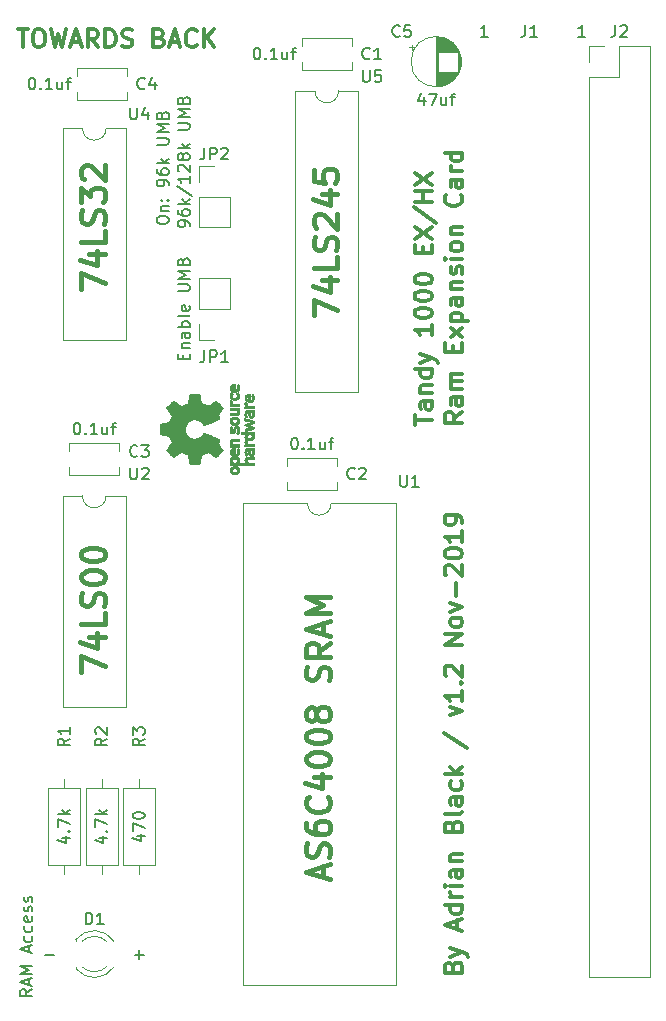
<source format=gto>
G04 #@! TF.GenerationSoftware,KiCad,Pcbnew,(5.1.4)-1*
G04 #@! TF.CreationDate,2019-11-04T00:36:40-08:00*
G04 #@! TF.ProjectId,Tandy 1000 EX Memory Card,54616e64-7920-4313-9030-30204558204d,rev?*
G04 #@! TF.SameCoordinates,Original*
G04 #@! TF.FileFunction,Legend,Top*
G04 #@! TF.FilePolarity,Positive*
%FSLAX46Y46*%
G04 Gerber Fmt 4.6, Leading zero omitted, Abs format (unit mm)*
G04 Created by KiCad (PCBNEW (5.1.4)-1) date 2019-11-04 00:36:40*
%MOMM*%
%LPD*%
G04 APERTURE LIST*
%ADD10C,0.150000*%
%ADD11C,0.400000*%
%ADD12C,0.300000*%
%ADD13C,0.010000*%
%ADD14C,0.120000*%
G04 APERTURE END LIST*
D10*
X128484380Y-70032000D02*
X128484380Y-69841523D01*
X128532000Y-69746285D01*
X128627238Y-69651047D01*
X128817714Y-69603428D01*
X129151047Y-69603428D01*
X129341523Y-69651047D01*
X129436761Y-69746285D01*
X129484380Y-69841523D01*
X129484380Y-70032000D01*
X129436761Y-70127238D01*
X129341523Y-70222476D01*
X129151047Y-70270095D01*
X128817714Y-70270095D01*
X128627238Y-70222476D01*
X128532000Y-70127238D01*
X128484380Y-70032000D01*
X128817714Y-69174857D02*
X129484380Y-69174857D01*
X128912952Y-69174857D02*
X128865333Y-69127238D01*
X128817714Y-69032000D01*
X128817714Y-68889142D01*
X128865333Y-68793904D01*
X128960571Y-68746285D01*
X129484380Y-68746285D01*
X129389142Y-68270095D02*
X129436761Y-68222476D01*
X129484380Y-68270095D01*
X129436761Y-68317714D01*
X129389142Y-68270095D01*
X129484380Y-68270095D01*
X128865333Y-68270095D02*
X128912952Y-68222476D01*
X128960571Y-68270095D01*
X128912952Y-68317714D01*
X128865333Y-68270095D01*
X128960571Y-68270095D01*
X129484380Y-66984380D02*
X129484380Y-66793904D01*
X129436761Y-66698666D01*
X129389142Y-66651047D01*
X129246285Y-66555809D01*
X129055809Y-66508190D01*
X128674857Y-66508190D01*
X128579619Y-66555809D01*
X128532000Y-66603428D01*
X128484380Y-66698666D01*
X128484380Y-66889142D01*
X128532000Y-66984380D01*
X128579619Y-67032000D01*
X128674857Y-67079619D01*
X128912952Y-67079619D01*
X129008190Y-67032000D01*
X129055809Y-66984380D01*
X129103428Y-66889142D01*
X129103428Y-66698666D01*
X129055809Y-66603428D01*
X129008190Y-66555809D01*
X128912952Y-66508190D01*
X128484380Y-65651047D02*
X128484380Y-65841523D01*
X128532000Y-65936761D01*
X128579619Y-65984380D01*
X128722476Y-66079619D01*
X128912952Y-66127238D01*
X129293904Y-66127238D01*
X129389142Y-66079619D01*
X129436761Y-66032000D01*
X129484380Y-65936761D01*
X129484380Y-65746285D01*
X129436761Y-65651047D01*
X129389142Y-65603428D01*
X129293904Y-65555809D01*
X129055809Y-65555809D01*
X128960571Y-65603428D01*
X128912952Y-65651047D01*
X128865333Y-65746285D01*
X128865333Y-65936761D01*
X128912952Y-66032000D01*
X128960571Y-66079619D01*
X129055809Y-66127238D01*
X129484380Y-65127238D02*
X128484380Y-65127238D01*
X129103428Y-65032000D02*
X129484380Y-64746285D01*
X128817714Y-64746285D02*
X129198666Y-65127238D01*
X128484380Y-63555809D02*
X129293904Y-63555809D01*
X129389142Y-63508190D01*
X129436761Y-63460571D01*
X129484380Y-63365333D01*
X129484380Y-63174857D01*
X129436761Y-63079619D01*
X129389142Y-63032000D01*
X129293904Y-62984380D01*
X128484380Y-62984380D01*
X129484380Y-62508190D02*
X128484380Y-62508190D01*
X129198666Y-62174857D01*
X128484380Y-61841523D01*
X129484380Y-61841523D01*
X128960571Y-61032000D02*
X129008190Y-60889142D01*
X129055809Y-60841523D01*
X129151047Y-60793904D01*
X129293904Y-60793904D01*
X129389142Y-60841523D01*
X129436761Y-60889142D01*
X129484380Y-60984380D01*
X129484380Y-61365333D01*
X128484380Y-61365333D01*
X128484380Y-61032000D01*
X128532000Y-60936761D01*
X128579619Y-60889142D01*
X128674857Y-60841523D01*
X128770095Y-60841523D01*
X128865333Y-60889142D01*
X128912952Y-60936761D01*
X128960571Y-61032000D01*
X128960571Y-61365333D01*
X164750714Y-54427380D02*
X164179285Y-54427380D01*
X164465000Y-54427380D02*
X164465000Y-53427380D01*
X164369761Y-53570238D01*
X164274523Y-53665476D01*
X164179285Y-53713095D01*
X156495714Y-54427380D02*
X155924285Y-54427380D01*
X156210000Y-54427380D02*
X156210000Y-53427380D01*
X156114761Y-53570238D01*
X156019523Y-53665476D01*
X155924285Y-53713095D01*
X126619047Y-132151428D02*
X127380952Y-132151428D01*
X127000000Y-132532380D02*
X127000000Y-131770476D01*
X118999047Y-132151428D02*
X119760952Y-132151428D01*
X140105000Y-88352380D02*
X140200238Y-88352380D01*
X140295476Y-88400000D01*
X140343095Y-88447619D01*
X140390714Y-88542857D01*
X140438333Y-88733333D01*
X140438333Y-88971428D01*
X140390714Y-89161904D01*
X140343095Y-89257142D01*
X140295476Y-89304761D01*
X140200238Y-89352380D01*
X140105000Y-89352380D01*
X140009761Y-89304761D01*
X139962142Y-89257142D01*
X139914523Y-89161904D01*
X139866904Y-88971428D01*
X139866904Y-88733333D01*
X139914523Y-88542857D01*
X139962142Y-88447619D01*
X140009761Y-88400000D01*
X140105000Y-88352380D01*
X140866904Y-89257142D02*
X140914523Y-89304761D01*
X140866904Y-89352380D01*
X140819285Y-89304761D01*
X140866904Y-89257142D01*
X140866904Y-89352380D01*
X141866904Y-89352380D02*
X141295476Y-89352380D01*
X141581190Y-89352380D02*
X141581190Y-88352380D01*
X141485952Y-88495238D01*
X141390714Y-88590476D01*
X141295476Y-88638095D01*
X142724047Y-88685714D02*
X142724047Y-89352380D01*
X142295476Y-88685714D02*
X142295476Y-89209523D01*
X142343095Y-89304761D01*
X142438333Y-89352380D01*
X142581190Y-89352380D01*
X142676428Y-89304761D01*
X142724047Y-89257142D01*
X143057380Y-88685714D02*
X143438333Y-88685714D01*
X143200238Y-89352380D02*
X143200238Y-88495238D01*
X143247857Y-88400000D01*
X143343095Y-88352380D01*
X143438333Y-88352380D01*
X136930000Y-55332380D02*
X137025238Y-55332380D01*
X137120476Y-55380000D01*
X137168095Y-55427619D01*
X137215714Y-55522857D01*
X137263333Y-55713333D01*
X137263333Y-55951428D01*
X137215714Y-56141904D01*
X137168095Y-56237142D01*
X137120476Y-56284761D01*
X137025238Y-56332380D01*
X136930000Y-56332380D01*
X136834761Y-56284761D01*
X136787142Y-56237142D01*
X136739523Y-56141904D01*
X136691904Y-55951428D01*
X136691904Y-55713333D01*
X136739523Y-55522857D01*
X136787142Y-55427619D01*
X136834761Y-55380000D01*
X136930000Y-55332380D01*
X137691904Y-56237142D02*
X137739523Y-56284761D01*
X137691904Y-56332380D01*
X137644285Y-56284761D01*
X137691904Y-56237142D01*
X137691904Y-56332380D01*
X138691904Y-56332380D02*
X138120476Y-56332380D01*
X138406190Y-56332380D02*
X138406190Y-55332380D01*
X138310952Y-55475238D01*
X138215714Y-55570476D01*
X138120476Y-55618095D01*
X139549047Y-55665714D02*
X139549047Y-56332380D01*
X139120476Y-55665714D02*
X139120476Y-56189523D01*
X139168095Y-56284761D01*
X139263333Y-56332380D01*
X139406190Y-56332380D01*
X139501428Y-56284761D01*
X139549047Y-56237142D01*
X139882380Y-55665714D02*
X140263333Y-55665714D01*
X140025238Y-56332380D02*
X140025238Y-55475238D01*
X140072857Y-55380000D01*
X140168095Y-55332380D01*
X140263333Y-55332380D01*
D11*
X122094761Y-75770714D02*
X122094761Y-74437380D01*
X124094761Y-75294523D01*
X122761428Y-72818333D02*
X124094761Y-72818333D01*
X121999523Y-73294523D02*
X123428095Y-73770714D01*
X123428095Y-72532619D01*
X124094761Y-70818333D02*
X124094761Y-71770714D01*
X122094761Y-71770714D01*
X123999523Y-70246904D02*
X124094761Y-69961190D01*
X124094761Y-69485000D01*
X123999523Y-69294523D01*
X123904285Y-69199285D01*
X123713809Y-69104047D01*
X123523333Y-69104047D01*
X123332857Y-69199285D01*
X123237619Y-69294523D01*
X123142380Y-69485000D01*
X123047142Y-69865952D01*
X122951904Y-70056428D01*
X122856666Y-70151666D01*
X122666190Y-70246904D01*
X122475714Y-70246904D01*
X122285238Y-70151666D01*
X122190000Y-70056428D01*
X122094761Y-69865952D01*
X122094761Y-69389761D01*
X122190000Y-69104047D01*
X122094761Y-68437380D02*
X122094761Y-67199285D01*
X122856666Y-67865952D01*
X122856666Y-67580238D01*
X122951904Y-67389761D01*
X123047142Y-67294523D01*
X123237619Y-67199285D01*
X123713809Y-67199285D01*
X123904285Y-67294523D01*
X123999523Y-67389761D01*
X124094761Y-67580238D01*
X124094761Y-68151666D01*
X123999523Y-68342142D01*
X123904285Y-68437380D01*
X122285238Y-66437380D02*
X122190000Y-66342142D01*
X122094761Y-66151666D01*
X122094761Y-65675476D01*
X122190000Y-65485000D01*
X122285238Y-65389761D01*
X122475714Y-65294523D01*
X122666190Y-65294523D01*
X122951904Y-65389761D01*
X124094761Y-66532619D01*
X124094761Y-65294523D01*
X142573333Y-125569761D02*
X142573333Y-124617380D01*
X143144761Y-125760238D02*
X141144761Y-125093571D01*
X143144761Y-124426904D01*
X143049523Y-123855476D02*
X143144761Y-123569761D01*
X143144761Y-123093571D01*
X143049523Y-122903095D01*
X142954285Y-122807857D01*
X142763809Y-122712619D01*
X142573333Y-122712619D01*
X142382857Y-122807857D01*
X142287619Y-122903095D01*
X142192380Y-123093571D01*
X142097142Y-123474523D01*
X142001904Y-123665000D01*
X141906666Y-123760238D01*
X141716190Y-123855476D01*
X141525714Y-123855476D01*
X141335238Y-123760238D01*
X141240000Y-123665000D01*
X141144761Y-123474523D01*
X141144761Y-122998333D01*
X141240000Y-122712619D01*
X141144761Y-120998333D02*
X141144761Y-121379285D01*
X141240000Y-121569761D01*
X141335238Y-121665000D01*
X141620952Y-121855476D01*
X142001904Y-121950714D01*
X142763809Y-121950714D01*
X142954285Y-121855476D01*
X143049523Y-121760238D01*
X143144761Y-121569761D01*
X143144761Y-121188809D01*
X143049523Y-120998333D01*
X142954285Y-120903095D01*
X142763809Y-120807857D01*
X142287619Y-120807857D01*
X142097142Y-120903095D01*
X142001904Y-120998333D01*
X141906666Y-121188809D01*
X141906666Y-121569761D01*
X142001904Y-121760238D01*
X142097142Y-121855476D01*
X142287619Y-121950714D01*
X142954285Y-118807857D02*
X143049523Y-118903095D01*
X143144761Y-119188809D01*
X143144761Y-119379285D01*
X143049523Y-119665000D01*
X142859047Y-119855476D01*
X142668571Y-119950714D01*
X142287619Y-120045952D01*
X142001904Y-120045952D01*
X141620952Y-119950714D01*
X141430476Y-119855476D01*
X141240000Y-119665000D01*
X141144761Y-119379285D01*
X141144761Y-119188809D01*
X141240000Y-118903095D01*
X141335238Y-118807857D01*
X141811428Y-117093571D02*
X143144761Y-117093571D01*
X141049523Y-117569761D02*
X142478095Y-118045952D01*
X142478095Y-116807857D01*
X141144761Y-115665000D02*
X141144761Y-115474523D01*
X141240000Y-115284047D01*
X141335238Y-115188809D01*
X141525714Y-115093571D01*
X141906666Y-114998333D01*
X142382857Y-114998333D01*
X142763809Y-115093571D01*
X142954285Y-115188809D01*
X143049523Y-115284047D01*
X143144761Y-115474523D01*
X143144761Y-115665000D01*
X143049523Y-115855476D01*
X142954285Y-115950714D01*
X142763809Y-116045952D01*
X142382857Y-116141190D01*
X141906666Y-116141190D01*
X141525714Y-116045952D01*
X141335238Y-115950714D01*
X141240000Y-115855476D01*
X141144761Y-115665000D01*
X141144761Y-113760238D02*
X141144761Y-113569761D01*
X141240000Y-113379285D01*
X141335238Y-113284047D01*
X141525714Y-113188809D01*
X141906666Y-113093571D01*
X142382857Y-113093571D01*
X142763809Y-113188809D01*
X142954285Y-113284047D01*
X143049523Y-113379285D01*
X143144761Y-113569761D01*
X143144761Y-113760238D01*
X143049523Y-113950714D01*
X142954285Y-114045952D01*
X142763809Y-114141190D01*
X142382857Y-114236428D01*
X141906666Y-114236428D01*
X141525714Y-114141190D01*
X141335238Y-114045952D01*
X141240000Y-113950714D01*
X141144761Y-113760238D01*
X142001904Y-111950714D02*
X141906666Y-112141190D01*
X141811428Y-112236428D01*
X141620952Y-112331666D01*
X141525714Y-112331666D01*
X141335238Y-112236428D01*
X141240000Y-112141190D01*
X141144761Y-111950714D01*
X141144761Y-111569761D01*
X141240000Y-111379285D01*
X141335238Y-111284047D01*
X141525714Y-111188809D01*
X141620952Y-111188809D01*
X141811428Y-111284047D01*
X141906666Y-111379285D01*
X142001904Y-111569761D01*
X142001904Y-111950714D01*
X142097142Y-112141190D01*
X142192380Y-112236428D01*
X142382857Y-112331666D01*
X142763809Y-112331666D01*
X142954285Y-112236428D01*
X143049523Y-112141190D01*
X143144761Y-111950714D01*
X143144761Y-111569761D01*
X143049523Y-111379285D01*
X142954285Y-111284047D01*
X142763809Y-111188809D01*
X142382857Y-111188809D01*
X142192380Y-111284047D01*
X142097142Y-111379285D01*
X142001904Y-111569761D01*
X143049523Y-108903095D02*
X143144761Y-108617380D01*
X143144761Y-108141190D01*
X143049523Y-107950714D01*
X142954285Y-107855476D01*
X142763809Y-107760238D01*
X142573333Y-107760238D01*
X142382857Y-107855476D01*
X142287619Y-107950714D01*
X142192380Y-108141190D01*
X142097142Y-108522142D01*
X142001904Y-108712619D01*
X141906666Y-108807857D01*
X141716190Y-108903095D01*
X141525714Y-108903095D01*
X141335238Y-108807857D01*
X141240000Y-108712619D01*
X141144761Y-108522142D01*
X141144761Y-108045952D01*
X141240000Y-107760238D01*
X143144761Y-105760238D02*
X142192380Y-106426904D01*
X143144761Y-106903095D02*
X141144761Y-106903095D01*
X141144761Y-106141190D01*
X141240000Y-105950714D01*
X141335238Y-105855476D01*
X141525714Y-105760238D01*
X141811428Y-105760238D01*
X142001904Y-105855476D01*
X142097142Y-105950714D01*
X142192380Y-106141190D01*
X142192380Y-106903095D01*
X142573333Y-104998333D02*
X142573333Y-104045952D01*
X143144761Y-105188809D02*
X141144761Y-104522142D01*
X143144761Y-103855476D01*
X143144761Y-103188809D02*
X141144761Y-103188809D01*
X142573333Y-102522142D01*
X141144761Y-101855476D01*
X143144761Y-101855476D01*
D10*
X117880000Y-57872380D02*
X117975238Y-57872380D01*
X118070476Y-57920000D01*
X118118095Y-57967619D01*
X118165714Y-58062857D01*
X118213333Y-58253333D01*
X118213333Y-58491428D01*
X118165714Y-58681904D01*
X118118095Y-58777142D01*
X118070476Y-58824761D01*
X117975238Y-58872380D01*
X117880000Y-58872380D01*
X117784761Y-58824761D01*
X117737142Y-58777142D01*
X117689523Y-58681904D01*
X117641904Y-58491428D01*
X117641904Y-58253333D01*
X117689523Y-58062857D01*
X117737142Y-57967619D01*
X117784761Y-57920000D01*
X117880000Y-57872380D01*
X118641904Y-58777142D02*
X118689523Y-58824761D01*
X118641904Y-58872380D01*
X118594285Y-58824761D01*
X118641904Y-58777142D01*
X118641904Y-58872380D01*
X119641904Y-58872380D02*
X119070476Y-58872380D01*
X119356190Y-58872380D02*
X119356190Y-57872380D01*
X119260952Y-58015238D01*
X119165714Y-58110476D01*
X119070476Y-58158095D01*
X120499047Y-58205714D02*
X120499047Y-58872380D01*
X120070476Y-58205714D02*
X120070476Y-58729523D01*
X120118095Y-58824761D01*
X120213333Y-58872380D01*
X120356190Y-58872380D01*
X120451428Y-58824761D01*
X120499047Y-58777142D01*
X120832380Y-58205714D02*
X121213333Y-58205714D01*
X120975238Y-58872380D02*
X120975238Y-58015238D01*
X121022857Y-57920000D01*
X121118095Y-57872380D01*
X121213333Y-57872380D01*
X121690000Y-87082380D02*
X121785238Y-87082380D01*
X121880476Y-87130000D01*
X121928095Y-87177619D01*
X121975714Y-87272857D01*
X122023333Y-87463333D01*
X122023333Y-87701428D01*
X121975714Y-87891904D01*
X121928095Y-87987142D01*
X121880476Y-88034761D01*
X121785238Y-88082380D01*
X121690000Y-88082380D01*
X121594761Y-88034761D01*
X121547142Y-87987142D01*
X121499523Y-87891904D01*
X121451904Y-87701428D01*
X121451904Y-87463333D01*
X121499523Y-87272857D01*
X121547142Y-87177619D01*
X121594761Y-87130000D01*
X121690000Y-87082380D01*
X122451904Y-87987142D02*
X122499523Y-88034761D01*
X122451904Y-88082380D01*
X122404285Y-88034761D01*
X122451904Y-87987142D01*
X122451904Y-88082380D01*
X123451904Y-88082380D02*
X122880476Y-88082380D01*
X123166190Y-88082380D02*
X123166190Y-87082380D01*
X123070952Y-87225238D01*
X122975714Y-87320476D01*
X122880476Y-87368095D01*
X124309047Y-87415714D02*
X124309047Y-88082380D01*
X123880476Y-87415714D02*
X123880476Y-87939523D01*
X123928095Y-88034761D01*
X124023333Y-88082380D01*
X124166190Y-88082380D01*
X124261428Y-88034761D01*
X124309047Y-87987142D01*
X124642380Y-87415714D02*
X125023333Y-87415714D01*
X124785238Y-88082380D02*
X124785238Y-87225238D01*
X124832857Y-87130000D01*
X124928095Y-87082380D01*
X125023333Y-87082380D01*
D12*
X153562857Y-133157142D02*
X153634285Y-132942857D01*
X153705714Y-132871428D01*
X153848571Y-132800000D01*
X154062857Y-132800000D01*
X154205714Y-132871428D01*
X154277142Y-132942857D01*
X154348571Y-133085714D01*
X154348571Y-133657142D01*
X152848571Y-133657142D01*
X152848571Y-133157142D01*
X152920000Y-133014285D01*
X152991428Y-132942857D01*
X153134285Y-132871428D01*
X153277142Y-132871428D01*
X153420000Y-132942857D01*
X153491428Y-133014285D01*
X153562857Y-133157142D01*
X153562857Y-133657142D01*
X153348571Y-132300000D02*
X154348571Y-131942857D01*
X153348571Y-131585714D02*
X154348571Y-131942857D01*
X154705714Y-132085714D01*
X154777142Y-132157142D01*
X154848571Y-132300000D01*
X153920000Y-129942857D02*
X153920000Y-129228571D01*
X154348571Y-130085714D02*
X152848571Y-129585714D01*
X154348571Y-129085714D01*
X154348571Y-127942857D02*
X152848571Y-127942857D01*
X154277142Y-127942857D02*
X154348571Y-128085714D01*
X154348571Y-128371428D01*
X154277142Y-128514285D01*
X154205714Y-128585714D01*
X154062857Y-128657142D01*
X153634285Y-128657142D01*
X153491428Y-128585714D01*
X153420000Y-128514285D01*
X153348571Y-128371428D01*
X153348571Y-128085714D01*
X153420000Y-127942857D01*
X154348571Y-127228571D02*
X153348571Y-127228571D01*
X153634285Y-127228571D02*
X153491428Y-127157142D01*
X153420000Y-127085714D01*
X153348571Y-126942857D01*
X153348571Y-126800000D01*
X154348571Y-126300000D02*
X153348571Y-126300000D01*
X152848571Y-126300000D02*
X152920000Y-126371428D01*
X152991428Y-126300000D01*
X152920000Y-126228571D01*
X152848571Y-126300000D01*
X152991428Y-126300000D01*
X154348571Y-124942857D02*
X153562857Y-124942857D01*
X153420000Y-125014285D01*
X153348571Y-125157142D01*
X153348571Y-125442857D01*
X153420000Y-125585714D01*
X154277142Y-124942857D02*
X154348571Y-125085714D01*
X154348571Y-125442857D01*
X154277142Y-125585714D01*
X154134285Y-125657142D01*
X153991428Y-125657142D01*
X153848571Y-125585714D01*
X153777142Y-125442857D01*
X153777142Y-125085714D01*
X153705714Y-124942857D01*
X153348571Y-124228571D02*
X154348571Y-124228571D01*
X153491428Y-124228571D02*
X153420000Y-124157142D01*
X153348571Y-124014285D01*
X153348571Y-123800000D01*
X153420000Y-123657142D01*
X153562857Y-123585714D01*
X154348571Y-123585714D01*
X153562857Y-121228571D02*
X153634285Y-121014285D01*
X153705714Y-120942857D01*
X153848571Y-120871428D01*
X154062857Y-120871428D01*
X154205714Y-120942857D01*
X154277142Y-121014285D01*
X154348571Y-121157142D01*
X154348571Y-121728571D01*
X152848571Y-121728571D01*
X152848571Y-121228571D01*
X152920000Y-121085714D01*
X152991428Y-121014285D01*
X153134285Y-120942857D01*
X153277142Y-120942857D01*
X153420000Y-121014285D01*
X153491428Y-121085714D01*
X153562857Y-121228571D01*
X153562857Y-121728571D01*
X154348571Y-120014285D02*
X154277142Y-120157142D01*
X154134285Y-120228571D01*
X152848571Y-120228571D01*
X154348571Y-118800000D02*
X153562857Y-118800000D01*
X153420000Y-118871428D01*
X153348571Y-119014285D01*
X153348571Y-119300000D01*
X153420000Y-119442857D01*
X154277142Y-118800000D02*
X154348571Y-118942857D01*
X154348571Y-119300000D01*
X154277142Y-119442857D01*
X154134285Y-119514285D01*
X153991428Y-119514285D01*
X153848571Y-119442857D01*
X153777142Y-119300000D01*
X153777142Y-118942857D01*
X153705714Y-118800000D01*
X154277142Y-117442857D02*
X154348571Y-117585714D01*
X154348571Y-117871428D01*
X154277142Y-118014285D01*
X154205714Y-118085714D01*
X154062857Y-118157142D01*
X153634285Y-118157142D01*
X153491428Y-118085714D01*
X153420000Y-118014285D01*
X153348571Y-117871428D01*
X153348571Y-117585714D01*
X153420000Y-117442857D01*
X154348571Y-116800000D02*
X152848571Y-116800000D01*
X153777142Y-116657142D02*
X154348571Y-116228571D01*
X153348571Y-116228571D02*
X153920000Y-116800000D01*
X152777142Y-113371428D02*
X154705714Y-114657142D01*
X153348571Y-111871428D02*
X154348571Y-111514285D01*
X153348571Y-111157142D01*
X154348571Y-109800000D02*
X154348571Y-110657142D01*
X154348571Y-110228571D02*
X152848571Y-110228571D01*
X153062857Y-110371428D01*
X153205714Y-110514285D01*
X153277142Y-110657142D01*
X154205714Y-109157142D02*
X154277142Y-109085714D01*
X154348571Y-109157142D01*
X154277142Y-109228571D01*
X154205714Y-109157142D01*
X154348571Y-109157142D01*
X152991428Y-108514285D02*
X152920000Y-108442857D01*
X152848571Y-108300000D01*
X152848571Y-107942857D01*
X152920000Y-107800000D01*
X152991428Y-107728571D01*
X153134285Y-107657142D01*
X153277142Y-107657142D01*
X153491428Y-107728571D01*
X154348571Y-108585714D01*
X154348571Y-107657142D01*
X154348571Y-105871428D02*
X152848571Y-105871428D01*
X154348571Y-105014285D01*
X152848571Y-105014285D01*
X154348571Y-104085714D02*
X154277142Y-104228571D01*
X154205714Y-104300000D01*
X154062857Y-104371428D01*
X153634285Y-104371428D01*
X153491428Y-104300000D01*
X153420000Y-104228571D01*
X153348571Y-104085714D01*
X153348571Y-103871428D01*
X153420000Y-103728571D01*
X153491428Y-103657142D01*
X153634285Y-103585714D01*
X154062857Y-103585714D01*
X154205714Y-103657142D01*
X154277142Y-103728571D01*
X154348571Y-103871428D01*
X154348571Y-104085714D01*
X153348571Y-103085714D02*
X154348571Y-102728571D01*
X153348571Y-102371428D01*
X153777142Y-101800000D02*
X153777142Y-100657142D01*
X152991428Y-100014285D02*
X152920000Y-99942857D01*
X152848571Y-99800000D01*
X152848571Y-99442857D01*
X152920000Y-99300000D01*
X152991428Y-99228571D01*
X153134285Y-99157142D01*
X153277142Y-99157142D01*
X153491428Y-99228571D01*
X154348571Y-100085714D01*
X154348571Y-99157142D01*
X152848571Y-98228571D02*
X152848571Y-98085714D01*
X152920000Y-97942857D01*
X152991428Y-97871428D01*
X153134285Y-97800000D01*
X153420000Y-97728571D01*
X153777142Y-97728571D01*
X154062857Y-97800000D01*
X154205714Y-97871428D01*
X154277142Y-97942857D01*
X154348571Y-98085714D01*
X154348571Y-98228571D01*
X154277142Y-98371428D01*
X154205714Y-98442857D01*
X154062857Y-98514285D01*
X153777142Y-98585714D01*
X153420000Y-98585714D01*
X153134285Y-98514285D01*
X152991428Y-98442857D01*
X152920000Y-98371428D01*
X152848571Y-98228571D01*
X154348571Y-96300000D02*
X154348571Y-97157142D01*
X154348571Y-96728571D02*
X152848571Y-96728571D01*
X153062857Y-96871428D01*
X153205714Y-97014285D01*
X153277142Y-97157142D01*
X154348571Y-95585714D02*
X154348571Y-95300000D01*
X154277142Y-95157142D01*
X154205714Y-95085714D01*
X153991428Y-94942857D01*
X153705714Y-94871428D01*
X153134285Y-94871428D01*
X152991428Y-94942857D01*
X152920000Y-95014285D01*
X152848571Y-95157142D01*
X152848571Y-95442857D01*
X152920000Y-95585714D01*
X152991428Y-95657142D01*
X153134285Y-95728571D01*
X153491428Y-95728571D01*
X153634285Y-95657142D01*
X153705714Y-95585714D01*
X153777142Y-95442857D01*
X153777142Y-95157142D01*
X153705714Y-95014285D01*
X153634285Y-94942857D01*
X153491428Y-94871428D01*
X150303571Y-87292142D02*
X150303571Y-86435000D01*
X151803571Y-86863571D02*
X150303571Y-86863571D01*
X151803571Y-85292142D02*
X151017857Y-85292142D01*
X150875000Y-85363571D01*
X150803571Y-85506428D01*
X150803571Y-85792142D01*
X150875000Y-85935000D01*
X151732142Y-85292142D02*
X151803571Y-85435000D01*
X151803571Y-85792142D01*
X151732142Y-85935000D01*
X151589285Y-86006428D01*
X151446428Y-86006428D01*
X151303571Y-85935000D01*
X151232142Y-85792142D01*
X151232142Y-85435000D01*
X151160714Y-85292142D01*
X150803571Y-84577857D02*
X151803571Y-84577857D01*
X150946428Y-84577857D02*
X150875000Y-84506428D01*
X150803571Y-84363571D01*
X150803571Y-84149285D01*
X150875000Y-84006428D01*
X151017857Y-83935000D01*
X151803571Y-83935000D01*
X151803571Y-82577857D02*
X150303571Y-82577857D01*
X151732142Y-82577857D02*
X151803571Y-82720714D01*
X151803571Y-83006428D01*
X151732142Y-83149285D01*
X151660714Y-83220714D01*
X151517857Y-83292142D01*
X151089285Y-83292142D01*
X150946428Y-83220714D01*
X150875000Y-83149285D01*
X150803571Y-83006428D01*
X150803571Y-82720714D01*
X150875000Y-82577857D01*
X150803571Y-82006428D02*
X151803571Y-81649285D01*
X150803571Y-81292142D02*
X151803571Y-81649285D01*
X152160714Y-81792142D01*
X152232142Y-81863571D01*
X152303571Y-82006428D01*
X151803571Y-78792142D02*
X151803571Y-79649285D01*
X151803571Y-79220714D02*
X150303571Y-79220714D01*
X150517857Y-79363571D01*
X150660714Y-79506428D01*
X150732142Y-79649285D01*
X150303571Y-77863571D02*
X150303571Y-77720714D01*
X150375000Y-77577857D01*
X150446428Y-77506428D01*
X150589285Y-77435000D01*
X150875000Y-77363571D01*
X151232142Y-77363571D01*
X151517857Y-77435000D01*
X151660714Y-77506428D01*
X151732142Y-77577857D01*
X151803571Y-77720714D01*
X151803571Y-77863571D01*
X151732142Y-78006428D01*
X151660714Y-78077857D01*
X151517857Y-78149285D01*
X151232142Y-78220714D01*
X150875000Y-78220714D01*
X150589285Y-78149285D01*
X150446428Y-78077857D01*
X150375000Y-78006428D01*
X150303571Y-77863571D01*
X150303571Y-76435000D02*
X150303571Y-76292142D01*
X150375000Y-76149285D01*
X150446428Y-76077857D01*
X150589285Y-76006428D01*
X150875000Y-75935000D01*
X151232142Y-75935000D01*
X151517857Y-76006428D01*
X151660714Y-76077857D01*
X151732142Y-76149285D01*
X151803571Y-76292142D01*
X151803571Y-76435000D01*
X151732142Y-76577857D01*
X151660714Y-76649285D01*
X151517857Y-76720714D01*
X151232142Y-76792142D01*
X150875000Y-76792142D01*
X150589285Y-76720714D01*
X150446428Y-76649285D01*
X150375000Y-76577857D01*
X150303571Y-76435000D01*
X150303571Y-75006428D02*
X150303571Y-74863571D01*
X150375000Y-74720714D01*
X150446428Y-74649285D01*
X150589285Y-74577857D01*
X150875000Y-74506428D01*
X151232142Y-74506428D01*
X151517857Y-74577857D01*
X151660714Y-74649285D01*
X151732142Y-74720714D01*
X151803571Y-74863571D01*
X151803571Y-75006428D01*
X151732142Y-75149285D01*
X151660714Y-75220714D01*
X151517857Y-75292142D01*
X151232142Y-75363571D01*
X150875000Y-75363571D01*
X150589285Y-75292142D01*
X150446428Y-75220714D01*
X150375000Y-75149285D01*
X150303571Y-75006428D01*
X151017857Y-72720714D02*
X151017857Y-72220714D01*
X151803571Y-72006428D02*
X151803571Y-72720714D01*
X150303571Y-72720714D01*
X150303571Y-72006428D01*
X150303571Y-71506428D02*
X151803571Y-70506428D01*
X150303571Y-70506428D02*
X151803571Y-71506428D01*
X150232142Y-68863571D02*
X152160714Y-70149285D01*
X151803571Y-68363571D02*
X150303571Y-68363571D01*
X151017857Y-68363571D02*
X151017857Y-67506428D01*
X151803571Y-67506428D02*
X150303571Y-67506428D01*
X150303571Y-66935000D02*
X151803571Y-65935000D01*
X150303571Y-65935000D02*
X151803571Y-66935000D01*
X154353571Y-86220714D02*
X153639285Y-86720714D01*
X154353571Y-87077857D02*
X152853571Y-87077857D01*
X152853571Y-86506428D01*
X152925000Y-86363571D01*
X152996428Y-86292142D01*
X153139285Y-86220714D01*
X153353571Y-86220714D01*
X153496428Y-86292142D01*
X153567857Y-86363571D01*
X153639285Y-86506428D01*
X153639285Y-87077857D01*
X154353571Y-84935000D02*
X153567857Y-84935000D01*
X153425000Y-85006428D01*
X153353571Y-85149285D01*
X153353571Y-85435000D01*
X153425000Y-85577857D01*
X154282142Y-84935000D02*
X154353571Y-85077857D01*
X154353571Y-85435000D01*
X154282142Y-85577857D01*
X154139285Y-85649285D01*
X153996428Y-85649285D01*
X153853571Y-85577857D01*
X153782142Y-85435000D01*
X153782142Y-85077857D01*
X153710714Y-84935000D01*
X154353571Y-84220714D02*
X153353571Y-84220714D01*
X153496428Y-84220714D02*
X153425000Y-84149285D01*
X153353571Y-84006428D01*
X153353571Y-83792142D01*
X153425000Y-83649285D01*
X153567857Y-83577857D01*
X154353571Y-83577857D01*
X153567857Y-83577857D02*
X153425000Y-83506428D01*
X153353571Y-83363571D01*
X153353571Y-83149285D01*
X153425000Y-83006428D01*
X153567857Y-82935000D01*
X154353571Y-82935000D01*
X153567857Y-81077857D02*
X153567857Y-80577857D01*
X154353571Y-80363571D02*
X154353571Y-81077857D01*
X152853571Y-81077857D01*
X152853571Y-80363571D01*
X154353571Y-79863571D02*
X153353571Y-79077857D01*
X153353571Y-79863571D02*
X154353571Y-79077857D01*
X153353571Y-78506428D02*
X154853571Y-78506428D01*
X153425000Y-78506428D02*
X153353571Y-78363571D01*
X153353571Y-78077857D01*
X153425000Y-77935000D01*
X153496428Y-77863571D01*
X153639285Y-77792142D01*
X154067857Y-77792142D01*
X154210714Y-77863571D01*
X154282142Y-77935000D01*
X154353571Y-78077857D01*
X154353571Y-78363571D01*
X154282142Y-78506428D01*
X154353571Y-76506428D02*
X153567857Y-76506428D01*
X153425000Y-76577857D01*
X153353571Y-76720714D01*
X153353571Y-77006428D01*
X153425000Y-77149285D01*
X154282142Y-76506428D02*
X154353571Y-76649285D01*
X154353571Y-77006428D01*
X154282142Y-77149285D01*
X154139285Y-77220714D01*
X153996428Y-77220714D01*
X153853571Y-77149285D01*
X153782142Y-77006428D01*
X153782142Y-76649285D01*
X153710714Y-76506428D01*
X153353571Y-75792142D02*
X154353571Y-75792142D01*
X153496428Y-75792142D02*
X153425000Y-75720714D01*
X153353571Y-75577857D01*
X153353571Y-75363571D01*
X153425000Y-75220714D01*
X153567857Y-75149285D01*
X154353571Y-75149285D01*
X154282142Y-74506428D02*
X154353571Y-74363571D01*
X154353571Y-74077857D01*
X154282142Y-73935000D01*
X154139285Y-73863571D01*
X154067857Y-73863571D01*
X153925000Y-73935000D01*
X153853571Y-74077857D01*
X153853571Y-74292142D01*
X153782142Y-74435000D01*
X153639285Y-74506428D01*
X153567857Y-74506428D01*
X153425000Y-74435000D01*
X153353571Y-74292142D01*
X153353571Y-74077857D01*
X153425000Y-73935000D01*
X154353571Y-73220714D02*
X153353571Y-73220714D01*
X152853571Y-73220714D02*
X152925000Y-73292142D01*
X152996428Y-73220714D01*
X152925000Y-73149285D01*
X152853571Y-73220714D01*
X152996428Y-73220714D01*
X154353571Y-72292142D02*
X154282142Y-72435000D01*
X154210714Y-72506428D01*
X154067857Y-72577857D01*
X153639285Y-72577857D01*
X153496428Y-72506428D01*
X153425000Y-72435000D01*
X153353571Y-72292142D01*
X153353571Y-72077857D01*
X153425000Y-71935000D01*
X153496428Y-71863571D01*
X153639285Y-71792142D01*
X154067857Y-71792142D01*
X154210714Y-71863571D01*
X154282142Y-71935000D01*
X154353571Y-72077857D01*
X154353571Y-72292142D01*
X153353571Y-71149285D02*
X154353571Y-71149285D01*
X153496428Y-71149285D02*
X153425000Y-71077857D01*
X153353571Y-70935000D01*
X153353571Y-70720714D01*
X153425000Y-70577857D01*
X153567857Y-70506428D01*
X154353571Y-70506428D01*
X154210714Y-67792142D02*
X154282142Y-67863571D01*
X154353571Y-68077857D01*
X154353571Y-68220714D01*
X154282142Y-68435000D01*
X154139285Y-68577857D01*
X153996428Y-68649285D01*
X153710714Y-68720714D01*
X153496428Y-68720714D01*
X153210714Y-68649285D01*
X153067857Y-68577857D01*
X152925000Y-68435000D01*
X152853571Y-68220714D01*
X152853571Y-68077857D01*
X152925000Y-67863571D01*
X152996428Y-67792142D01*
X154353571Y-66506428D02*
X153567857Y-66506428D01*
X153425000Y-66577857D01*
X153353571Y-66720714D01*
X153353571Y-67006428D01*
X153425000Y-67149285D01*
X154282142Y-66506428D02*
X154353571Y-66649285D01*
X154353571Y-67006428D01*
X154282142Y-67149285D01*
X154139285Y-67220714D01*
X153996428Y-67220714D01*
X153853571Y-67149285D01*
X153782142Y-67006428D01*
X153782142Y-66649285D01*
X153710714Y-66506428D01*
X154353571Y-65792142D02*
X153353571Y-65792142D01*
X153639285Y-65792142D02*
X153496428Y-65720714D01*
X153425000Y-65649285D01*
X153353571Y-65506428D01*
X153353571Y-65363571D01*
X154353571Y-64220714D02*
X152853571Y-64220714D01*
X154282142Y-64220714D02*
X154353571Y-64363571D01*
X154353571Y-64649285D01*
X154282142Y-64792142D01*
X154210714Y-64863571D01*
X154067857Y-64935000D01*
X153639285Y-64935000D01*
X153496428Y-64863571D01*
X153425000Y-64792142D01*
X153353571Y-64649285D01*
X153353571Y-64363571D01*
X153425000Y-64220714D01*
X116702142Y-53788571D02*
X117559285Y-53788571D01*
X117130714Y-55288571D02*
X117130714Y-53788571D01*
X118345000Y-53788571D02*
X118630714Y-53788571D01*
X118773571Y-53860000D01*
X118916428Y-54002857D01*
X118987857Y-54288571D01*
X118987857Y-54788571D01*
X118916428Y-55074285D01*
X118773571Y-55217142D01*
X118630714Y-55288571D01*
X118345000Y-55288571D01*
X118202142Y-55217142D01*
X118059285Y-55074285D01*
X117987857Y-54788571D01*
X117987857Y-54288571D01*
X118059285Y-54002857D01*
X118202142Y-53860000D01*
X118345000Y-53788571D01*
X119487857Y-53788571D02*
X119845000Y-55288571D01*
X120130714Y-54217142D01*
X120416428Y-55288571D01*
X120773571Y-53788571D01*
X121273571Y-54860000D02*
X121987857Y-54860000D01*
X121130714Y-55288571D02*
X121630714Y-53788571D01*
X122130714Y-55288571D01*
X123487857Y-55288571D02*
X122987857Y-54574285D01*
X122630714Y-55288571D02*
X122630714Y-53788571D01*
X123202142Y-53788571D01*
X123345000Y-53860000D01*
X123416428Y-53931428D01*
X123487857Y-54074285D01*
X123487857Y-54288571D01*
X123416428Y-54431428D01*
X123345000Y-54502857D01*
X123202142Y-54574285D01*
X122630714Y-54574285D01*
X124130714Y-55288571D02*
X124130714Y-53788571D01*
X124487857Y-53788571D01*
X124702142Y-53860000D01*
X124845000Y-54002857D01*
X124916428Y-54145714D01*
X124987857Y-54431428D01*
X124987857Y-54645714D01*
X124916428Y-54931428D01*
X124845000Y-55074285D01*
X124702142Y-55217142D01*
X124487857Y-55288571D01*
X124130714Y-55288571D01*
X125559285Y-55217142D02*
X125773571Y-55288571D01*
X126130714Y-55288571D01*
X126273571Y-55217142D01*
X126345000Y-55145714D01*
X126416428Y-55002857D01*
X126416428Y-54860000D01*
X126345000Y-54717142D01*
X126273571Y-54645714D01*
X126130714Y-54574285D01*
X125845000Y-54502857D01*
X125702142Y-54431428D01*
X125630714Y-54360000D01*
X125559285Y-54217142D01*
X125559285Y-54074285D01*
X125630714Y-53931428D01*
X125702142Y-53860000D01*
X125845000Y-53788571D01*
X126202142Y-53788571D01*
X126416428Y-53860000D01*
X128702142Y-54502857D02*
X128916428Y-54574285D01*
X128987857Y-54645714D01*
X129059285Y-54788571D01*
X129059285Y-55002857D01*
X128987857Y-55145714D01*
X128916428Y-55217142D01*
X128773571Y-55288571D01*
X128202142Y-55288571D01*
X128202142Y-53788571D01*
X128702142Y-53788571D01*
X128845000Y-53860000D01*
X128916428Y-53931428D01*
X128987857Y-54074285D01*
X128987857Y-54217142D01*
X128916428Y-54360000D01*
X128845000Y-54431428D01*
X128702142Y-54502857D01*
X128202142Y-54502857D01*
X129630714Y-54860000D02*
X130345000Y-54860000D01*
X129487857Y-55288571D02*
X129987857Y-53788571D01*
X130487857Y-55288571D01*
X131845000Y-55145714D02*
X131773571Y-55217142D01*
X131559285Y-55288571D01*
X131416428Y-55288571D01*
X131202142Y-55217142D01*
X131059285Y-55074285D01*
X130987857Y-54931428D01*
X130916428Y-54645714D01*
X130916428Y-54431428D01*
X130987857Y-54145714D01*
X131059285Y-54002857D01*
X131202142Y-53860000D01*
X131416428Y-53788571D01*
X131559285Y-53788571D01*
X131773571Y-53860000D01*
X131845000Y-53931428D01*
X132487857Y-55288571D02*
X132487857Y-53788571D01*
X133345000Y-55288571D02*
X132702142Y-54431428D01*
X133345000Y-53788571D02*
X132487857Y-54645714D01*
D13*
G36*
X129113576Y-87129036D02*
G01*
X129514322Y-87053487D01*
X129744154Y-86495959D01*
X129516748Y-86161535D01*
X129453431Y-86067878D01*
X129396896Y-85983218D01*
X129349727Y-85911505D01*
X129314502Y-85856689D01*
X129293805Y-85822720D01*
X129289342Y-85813470D01*
X129300820Y-85796805D01*
X129332551Y-85761194D01*
X129380483Y-85710629D01*
X129440562Y-85649100D01*
X129508733Y-85580601D01*
X129580945Y-85509121D01*
X129653142Y-85438653D01*
X129721273Y-85373189D01*
X129781283Y-85316720D01*
X129829119Y-85273237D01*
X129860727Y-85246732D01*
X129871305Y-85240395D01*
X129890806Y-85249514D01*
X129933531Y-85275080D01*
X129995298Y-85314403D01*
X130071931Y-85364797D01*
X130159248Y-85423573D01*
X130209052Y-85457632D01*
X130299993Y-85519711D01*
X130382059Y-85574874D01*
X130451163Y-85620446D01*
X130503222Y-85653750D01*
X130534150Y-85672110D01*
X130540650Y-85674869D01*
X130559121Y-85668615D01*
X130602172Y-85651566D01*
X130663749Y-85626297D01*
X130737799Y-85595378D01*
X130818270Y-85561382D01*
X130899107Y-85526882D01*
X130974258Y-85494449D01*
X131037671Y-85466657D01*
X131083293Y-85446077D01*
X131105069Y-85435281D01*
X131105926Y-85434644D01*
X131110084Y-85417693D01*
X131119361Y-85372549D01*
X131132844Y-85303890D01*
X131149621Y-85216398D01*
X131168781Y-85114750D01*
X131179830Y-85055444D01*
X131200510Y-84946828D01*
X131220189Y-84848723D01*
X131237789Y-84766091D01*
X131252233Y-84703896D01*
X131262446Y-84667101D01*
X131265686Y-84659704D01*
X131287617Y-84652460D01*
X131337147Y-84646615D01*
X131408485Y-84642165D01*
X131495839Y-84639107D01*
X131593417Y-84637435D01*
X131695426Y-84637147D01*
X131796075Y-84638239D01*
X131889572Y-84640706D01*
X131970125Y-84644544D01*
X132031942Y-84649750D01*
X132069230Y-84656319D01*
X132076993Y-84660259D01*
X132086298Y-84683812D01*
X132099600Y-84733718D01*
X132115337Y-84803377D01*
X132131946Y-84886187D01*
X132137319Y-84915095D01*
X132162848Y-85054469D01*
X132183408Y-85164564D01*
X132199815Y-85249018D01*
X132212887Y-85311470D01*
X132223441Y-85355556D01*
X132232294Y-85384915D01*
X132240263Y-85403185D01*
X132248165Y-85414002D01*
X132249727Y-85415515D01*
X132274886Y-85430623D01*
X132323850Y-85453671D01*
X132390621Y-85482356D01*
X132469205Y-85514378D01*
X132553607Y-85547435D01*
X132637830Y-85579227D01*
X132715879Y-85607451D01*
X132781759Y-85629807D01*
X132829473Y-85643993D01*
X132853027Y-85647707D01*
X132853852Y-85647398D01*
X132873104Y-85634811D01*
X132915463Y-85606256D01*
X132976521Y-85564733D01*
X133051868Y-85513244D01*
X133137096Y-85454789D01*
X133161315Y-85438142D01*
X133249123Y-85378785D01*
X133329238Y-85326553D01*
X133397062Y-85284292D01*
X133447993Y-85254847D01*
X133477431Y-85241063D01*
X133481048Y-85240395D01*
X133500057Y-85251976D01*
X133537714Y-85283976D01*
X133589973Y-85332282D01*
X133652786Y-85392780D01*
X133722106Y-85461356D01*
X133793885Y-85533896D01*
X133864077Y-85606288D01*
X133928635Y-85674416D01*
X133983510Y-85734168D01*
X134024656Y-85781429D01*
X134048026Y-85812087D01*
X134051842Y-85820568D01*
X134042855Y-85840309D01*
X134018616Y-85880726D01*
X133983209Y-85935237D01*
X133954711Y-85977177D01*
X133902418Y-86053171D01*
X133840845Y-86143166D01*
X133779370Y-86233436D01*
X133746469Y-86281968D01*
X133635359Y-86446238D01*
X133709916Y-86584131D01*
X133742578Y-86646951D01*
X133767966Y-86700371D01*
X133782446Y-86736516D01*
X133784460Y-86745716D01*
X133769584Y-86756779D01*
X133727547Y-86778606D01*
X133662227Y-86809566D01*
X133577500Y-86848030D01*
X133477245Y-86892368D01*
X133365339Y-86940953D01*
X133245659Y-86992154D01*
X133122084Y-87044341D01*
X132998491Y-87095887D01*
X132878757Y-87145160D01*
X132766759Y-87190533D01*
X132666377Y-87230375D01*
X132581486Y-87263058D01*
X132515965Y-87286951D01*
X132473690Y-87300426D01*
X132459172Y-87302594D01*
X132440653Y-87285417D01*
X132410590Y-87247810D01*
X132375232Y-87197634D01*
X132372434Y-87193422D01*
X132268625Y-87063736D01*
X132147515Y-86959166D01*
X132012976Y-86880619D01*
X131868882Y-86829001D01*
X131719105Y-86805218D01*
X131567517Y-86810177D01*
X131417992Y-86844783D01*
X131274400Y-86909943D01*
X131242984Y-86929114D01*
X131116125Y-87028826D01*
X131014255Y-87146623D01*
X130937904Y-87278429D01*
X130887602Y-87420167D01*
X130863879Y-87567758D01*
X130867265Y-87717127D01*
X130898288Y-87864197D01*
X130957480Y-88004889D01*
X131045369Y-88135127D01*
X131081042Y-88175414D01*
X131192706Y-88277945D01*
X131310257Y-88352659D01*
X131442020Y-88403910D01*
X131572507Y-88432454D01*
X131719216Y-88439500D01*
X131866653Y-88416004D01*
X132009834Y-88364351D01*
X132143777Y-88286929D01*
X132263498Y-88186125D01*
X132364014Y-88064324D01*
X132374609Y-88048316D01*
X132409306Y-87997602D01*
X132439370Y-87959050D01*
X132458565Y-87940619D01*
X132459172Y-87940351D01*
X132479936Y-87944308D01*
X132527062Y-87959993D01*
X132596673Y-87985778D01*
X132684893Y-88020031D01*
X132787844Y-88061123D01*
X132901650Y-88107424D01*
X133022435Y-88157304D01*
X133146321Y-88209133D01*
X133269432Y-88261281D01*
X133387891Y-88312118D01*
X133497823Y-88360013D01*
X133595349Y-88403338D01*
X133676593Y-88440462D01*
X133737679Y-88469756D01*
X133774730Y-88489588D01*
X133784460Y-88497574D01*
X133776883Y-88521979D01*
X133756560Y-88567642D01*
X133727125Y-88626690D01*
X133709916Y-88659160D01*
X133635359Y-88797053D01*
X133746469Y-88961323D01*
X133803390Y-89045179D01*
X133866030Y-89136987D01*
X133925011Y-89223020D01*
X133954711Y-89266113D01*
X133995410Y-89326723D01*
X134027663Y-89378045D01*
X134047384Y-89413385D01*
X134051554Y-89424863D01*
X134040307Y-89441570D01*
X134008911Y-89478546D01*
X133960624Y-89532205D01*
X133898708Y-89598962D01*
X133826421Y-89675234D01*
X133780008Y-89723473D01*
X133697087Y-89807867D01*
X133622920Y-89880803D01*
X133560680Y-89939331D01*
X133513541Y-89980503D01*
X133484673Y-90001372D01*
X133478815Y-90003374D01*
X133456532Y-89994083D01*
X133411477Y-89968409D01*
X133348211Y-89929200D01*
X133271295Y-89879303D01*
X133185292Y-89821567D01*
X133161315Y-89805149D01*
X133074170Y-89745323D01*
X132995710Y-89691650D01*
X132930345Y-89647130D01*
X132882484Y-89614765D01*
X132856535Y-89597555D01*
X132853852Y-89595893D01*
X132833172Y-89598379D01*
X132787704Y-89611577D01*
X132723444Y-89633186D01*
X132646387Y-89660904D01*
X132562529Y-89692430D01*
X132477866Y-89725463D01*
X132398392Y-89757701D01*
X132330104Y-89786843D01*
X132278997Y-89810588D01*
X132251067Y-89826635D01*
X132249727Y-89827775D01*
X132241745Y-89837588D01*
X132233851Y-89854161D01*
X132225229Y-89881132D01*
X132215062Y-89922139D01*
X132202531Y-89980820D01*
X132186821Y-90060813D01*
X132167113Y-90165755D01*
X132142592Y-90299285D01*
X132137319Y-90328196D01*
X132120764Y-90413882D01*
X132104569Y-90488582D01*
X132090296Y-90545694D01*
X132079508Y-90578617D01*
X132076993Y-90583031D01*
X132054696Y-90590306D01*
X132004869Y-90596219D01*
X131933304Y-90600766D01*
X131845793Y-90603945D01*
X131748128Y-90605749D01*
X131646101Y-90606177D01*
X131545503Y-90605223D01*
X131452127Y-90602884D01*
X131371765Y-90599156D01*
X131310209Y-90594034D01*
X131273250Y-90587516D01*
X131265686Y-90583586D01*
X131258056Y-90561708D01*
X131245642Y-90511891D01*
X131229522Y-90439097D01*
X131210773Y-90348289D01*
X131190471Y-90244431D01*
X131179830Y-90187846D01*
X131159760Y-90080486D01*
X131141580Y-89984746D01*
X131126199Y-89905306D01*
X131114531Y-89846846D01*
X131107488Y-89814045D01*
X131105926Y-89808646D01*
X131088322Y-89799522D01*
X131045918Y-89780235D01*
X130984772Y-89753355D01*
X130910943Y-89721454D01*
X130830489Y-89687102D01*
X130749468Y-89652871D01*
X130673937Y-89621331D01*
X130609955Y-89595054D01*
X130563580Y-89576611D01*
X130540869Y-89568571D01*
X130539876Y-89568422D01*
X130521961Y-89577535D01*
X130480733Y-89603086D01*
X130420291Y-89642388D01*
X130344731Y-89692757D01*
X130258152Y-89751506D01*
X130208421Y-89785658D01*
X130117236Y-89847890D01*
X130034449Y-89903164D01*
X129964249Y-89948782D01*
X129910824Y-89982048D01*
X129878361Y-90000264D01*
X129871083Y-90002895D01*
X129854145Y-89991586D01*
X129817978Y-89960319D01*
X129766635Y-89913090D01*
X129704167Y-89853892D01*
X129634626Y-89786719D01*
X129562065Y-89715566D01*
X129490535Y-89644426D01*
X129424087Y-89577293D01*
X129366774Y-89518161D01*
X129322647Y-89471025D01*
X129295759Y-89439877D01*
X129289342Y-89429457D01*
X129298365Y-89412491D01*
X129323715Y-89371911D01*
X129362810Y-89311663D01*
X129413071Y-89235693D01*
X129471917Y-89147946D01*
X129516748Y-89081756D01*
X129744154Y-88747332D01*
X129629238Y-88468567D01*
X129514322Y-88189803D01*
X129113576Y-88114254D01*
X128712829Y-88038706D01*
X128712829Y-87204585D01*
X129113576Y-87129036D01*
X129113576Y-87129036D01*
G37*
X129113576Y-87129036D02*
X129514322Y-87053487D01*
X129744154Y-86495959D01*
X129516748Y-86161535D01*
X129453431Y-86067878D01*
X129396896Y-85983218D01*
X129349727Y-85911505D01*
X129314502Y-85856689D01*
X129293805Y-85822720D01*
X129289342Y-85813470D01*
X129300820Y-85796805D01*
X129332551Y-85761194D01*
X129380483Y-85710629D01*
X129440562Y-85649100D01*
X129508733Y-85580601D01*
X129580945Y-85509121D01*
X129653142Y-85438653D01*
X129721273Y-85373189D01*
X129781283Y-85316720D01*
X129829119Y-85273237D01*
X129860727Y-85246732D01*
X129871305Y-85240395D01*
X129890806Y-85249514D01*
X129933531Y-85275080D01*
X129995298Y-85314403D01*
X130071931Y-85364797D01*
X130159248Y-85423573D01*
X130209052Y-85457632D01*
X130299993Y-85519711D01*
X130382059Y-85574874D01*
X130451163Y-85620446D01*
X130503222Y-85653750D01*
X130534150Y-85672110D01*
X130540650Y-85674869D01*
X130559121Y-85668615D01*
X130602172Y-85651566D01*
X130663749Y-85626297D01*
X130737799Y-85595378D01*
X130818270Y-85561382D01*
X130899107Y-85526882D01*
X130974258Y-85494449D01*
X131037671Y-85466657D01*
X131083293Y-85446077D01*
X131105069Y-85435281D01*
X131105926Y-85434644D01*
X131110084Y-85417693D01*
X131119361Y-85372549D01*
X131132844Y-85303890D01*
X131149621Y-85216398D01*
X131168781Y-85114750D01*
X131179830Y-85055444D01*
X131200510Y-84946828D01*
X131220189Y-84848723D01*
X131237789Y-84766091D01*
X131252233Y-84703896D01*
X131262446Y-84667101D01*
X131265686Y-84659704D01*
X131287617Y-84652460D01*
X131337147Y-84646615D01*
X131408485Y-84642165D01*
X131495839Y-84639107D01*
X131593417Y-84637435D01*
X131695426Y-84637147D01*
X131796075Y-84638239D01*
X131889572Y-84640706D01*
X131970125Y-84644544D01*
X132031942Y-84649750D01*
X132069230Y-84656319D01*
X132076993Y-84660259D01*
X132086298Y-84683812D01*
X132099600Y-84733718D01*
X132115337Y-84803377D01*
X132131946Y-84886187D01*
X132137319Y-84915095D01*
X132162848Y-85054469D01*
X132183408Y-85164564D01*
X132199815Y-85249018D01*
X132212887Y-85311470D01*
X132223441Y-85355556D01*
X132232294Y-85384915D01*
X132240263Y-85403185D01*
X132248165Y-85414002D01*
X132249727Y-85415515D01*
X132274886Y-85430623D01*
X132323850Y-85453671D01*
X132390621Y-85482356D01*
X132469205Y-85514378D01*
X132553607Y-85547435D01*
X132637830Y-85579227D01*
X132715879Y-85607451D01*
X132781759Y-85629807D01*
X132829473Y-85643993D01*
X132853027Y-85647707D01*
X132853852Y-85647398D01*
X132873104Y-85634811D01*
X132915463Y-85606256D01*
X132976521Y-85564733D01*
X133051868Y-85513244D01*
X133137096Y-85454789D01*
X133161315Y-85438142D01*
X133249123Y-85378785D01*
X133329238Y-85326553D01*
X133397062Y-85284292D01*
X133447993Y-85254847D01*
X133477431Y-85241063D01*
X133481048Y-85240395D01*
X133500057Y-85251976D01*
X133537714Y-85283976D01*
X133589973Y-85332282D01*
X133652786Y-85392780D01*
X133722106Y-85461356D01*
X133793885Y-85533896D01*
X133864077Y-85606288D01*
X133928635Y-85674416D01*
X133983510Y-85734168D01*
X134024656Y-85781429D01*
X134048026Y-85812087D01*
X134051842Y-85820568D01*
X134042855Y-85840309D01*
X134018616Y-85880726D01*
X133983209Y-85935237D01*
X133954711Y-85977177D01*
X133902418Y-86053171D01*
X133840845Y-86143166D01*
X133779370Y-86233436D01*
X133746469Y-86281968D01*
X133635359Y-86446238D01*
X133709916Y-86584131D01*
X133742578Y-86646951D01*
X133767966Y-86700371D01*
X133782446Y-86736516D01*
X133784460Y-86745716D01*
X133769584Y-86756779D01*
X133727547Y-86778606D01*
X133662227Y-86809566D01*
X133577500Y-86848030D01*
X133477245Y-86892368D01*
X133365339Y-86940953D01*
X133245659Y-86992154D01*
X133122084Y-87044341D01*
X132998491Y-87095887D01*
X132878757Y-87145160D01*
X132766759Y-87190533D01*
X132666377Y-87230375D01*
X132581486Y-87263058D01*
X132515965Y-87286951D01*
X132473690Y-87300426D01*
X132459172Y-87302594D01*
X132440653Y-87285417D01*
X132410590Y-87247810D01*
X132375232Y-87197634D01*
X132372434Y-87193422D01*
X132268625Y-87063736D01*
X132147515Y-86959166D01*
X132012976Y-86880619D01*
X131868882Y-86829001D01*
X131719105Y-86805218D01*
X131567517Y-86810177D01*
X131417992Y-86844783D01*
X131274400Y-86909943D01*
X131242984Y-86929114D01*
X131116125Y-87028826D01*
X131014255Y-87146623D01*
X130937904Y-87278429D01*
X130887602Y-87420167D01*
X130863879Y-87567758D01*
X130867265Y-87717127D01*
X130898288Y-87864197D01*
X130957480Y-88004889D01*
X131045369Y-88135127D01*
X131081042Y-88175414D01*
X131192706Y-88277945D01*
X131310257Y-88352659D01*
X131442020Y-88403910D01*
X131572507Y-88432454D01*
X131719216Y-88439500D01*
X131866653Y-88416004D01*
X132009834Y-88364351D01*
X132143777Y-88286929D01*
X132263498Y-88186125D01*
X132364014Y-88064324D01*
X132374609Y-88048316D01*
X132409306Y-87997602D01*
X132439370Y-87959050D01*
X132458565Y-87940619D01*
X132459172Y-87940351D01*
X132479936Y-87944308D01*
X132527062Y-87959993D01*
X132596673Y-87985778D01*
X132684893Y-88020031D01*
X132787844Y-88061123D01*
X132901650Y-88107424D01*
X133022435Y-88157304D01*
X133146321Y-88209133D01*
X133269432Y-88261281D01*
X133387891Y-88312118D01*
X133497823Y-88360013D01*
X133595349Y-88403338D01*
X133676593Y-88440462D01*
X133737679Y-88469756D01*
X133774730Y-88489588D01*
X133784460Y-88497574D01*
X133776883Y-88521979D01*
X133756560Y-88567642D01*
X133727125Y-88626690D01*
X133709916Y-88659160D01*
X133635359Y-88797053D01*
X133746469Y-88961323D01*
X133803390Y-89045179D01*
X133866030Y-89136987D01*
X133925011Y-89223020D01*
X133954711Y-89266113D01*
X133995410Y-89326723D01*
X134027663Y-89378045D01*
X134047384Y-89413385D01*
X134051554Y-89424863D01*
X134040307Y-89441570D01*
X134008911Y-89478546D01*
X133960624Y-89532205D01*
X133898708Y-89598962D01*
X133826421Y-89675234D01*
X133780008Y-89723473D01*
X133697087Y-89807867D01*
X133622920Y-89880803D01*
X133560680Y-89939331D01*
X133513541Y-89980503D01*
X133484673Y-90001372D01*
X133478815Y-90003374D01*
X133456532Y-89994083D01*
X133411477Y-89968409D01*
X133348211Y-89929200D01*
X133271295Y-89879303D01*
X133185292Y-89821567D01*
X133161315Y-89805149D01*
X133074170Y-89745323D01*
X132995710Y-89691650D01*
X132930345Y-89647130D01*
X132882484Y-89614765D01*
X132856535Y-89597555D01*
X132853852Y-89595893D01*
X132833172Y-89598379D01*
X132787704Y-89611577D01*
X132723444Y-89633186D01*
X132646387Y-89660904D01*
X132562529Y-89692430D01*
X132477866Y-89725463D01*
X132398392Y-89757701D01*
X132330104Y-89786843D01*
X132278997Y-89810588D01*
X132251067Y-89826635D01*
X132249727Y-89827775D01*
X132241745Y-89837588D01*
X132233851Y-89854161D01*
X132225229Y-89881132D01*
X132215062Y-89922139D01*
X132202531Y-89980820D01*
X132186821Y-90060813D01*
X132167113Y-90165755D01*
X132142592Y-90299285D01*
X132137319Y-90328196D01*
X132120764Y-90413882D01*
X132104569Y-90488582D01*
X132090296Y-90545694D01*
X132079508Y-90578617D01*
X132076993Y-90583031D01*
X132054696Y-90590306D01*
X132004869Y-90596219D01*
X131933304Y-90600766D01*
X131845793Y-90603945D01*
X131748128Y-90605749D01*
X131646101Y-90606177D01*
X131545503Y-90605223D01*
X131452127Y-90602884D01*
X131371765Y-90599156D01*
X131310209Y-90594034D01*
X131273250Y-90587516D01*
X131265686Y-90583586D01*
X131258056Y-90561708D01*
X131245642Y-90511891D01*
X131229522Y-90439097D01*
X131210773Y-90348289D01*
X131190471Y-90244431D01*
X131179830Y-90187846D01*
X131159760Y-90080486D01*
X131141580Y-89984746D01*
X131126199Y-89905306D01*
X131114531Y-89846846D01*
X131107488Y-89814045D01*
X131105926Y-89808646D01*
X131088322Y-89799522D01*
X131045918Y-89780235D01*
X130984772Y-89753355D01*
X130910943Y-89721454D01*
X130830489Y-89687102D01*
X130749468Y-89652871D01*
X130673937Y-89621331D01*
X130609955Y-89595054D01*
X130563580Y-89576611D01*
X130540869Y-89568571D01*
X130539876Y-89568422D01*
X130521961Y-89577535D01*
X130480733Y-89603086D01*
X130420291Y-89642388D01*
X130344731Y-89692757D01*
X130258152Y-89751506D01*
X130208421Y-89785658D01*
X130117236Y-89847890D01*
X130034449Y-89903164D01*
X129964249Y-89948782D01*
X129910824Y-89982048D01*
X129878361Y-90000264D01*
X129871083Y-90002895D01*
X129854145Y-89991586D01*
X129817978Y-89960319D01*
X129766635Y-89913090D01*
X129704167Y-89853892D01*
X129634626Y-89786719D01*
X129562065Y-89715566D01*
X129490535Y-89644426D01*
X129424087Y-89577293D01*
X129366774Y-89518161D01*
X129322647Y-89471025D01*
X129295759Y-89439877D01*
X129289342Y-89429457D01*
X129298365Y-89412491D01*
X129323715Y-89371911D01*
X129362810Y-89311663D01*
X129413071Y-89235693D01*
X129471917Y-89147946D01*
X129516748Y-89081756D01*
X129744154Y-88747332D01*
X129629238Y-88468567D01*
X129514322Y-88189803D01*
X129113576Y-88114254D01*
X128712829Y-88038706D01*
X128712829Y-87204585D01*
X129113576Y-87129036D01*
G36*
X134652645Y-85238612D02*
G01*
X134670206Y-85181135D01*
X134692395Y-85144128D01*
X134709942Y-85132073D01*
X134730742Y-85135391D01*
X134763419Y-85156921D01*
X134786562Y-85175126D01*
X134828402Y-85212656D01*
X134846005Y-85240852D01*
X134844856Y-85264889D01*
X134826710Y-85336192D01*
X134827534Y-85388558D01*
X134848098Y-85431082D01*
X134860134Y-85445358D01*
X134902483Y-85491053D01*
X135455526Y-85491053D01*
X135455526Y-85674869D01*
X134653421Y-85674869D01*
X134653421Y-85582961D01*
X134655603Y-85527781D01*
X134663351Y-85499312D01*
X134678468Y-85491057D01*
X134678916Y-85491053D01*
X134694749Y-85487155D01*
X134692684Y-85469526D01*
X134681261Y-85445099D01*
X134660005Y-85394650D01*
X134647216Y-85353684D01*
X134643938Y-85300972D01*
X134652645Y-85238612D01*
X134652645Y-85238612D01*
G37*
X134652645Y-85238612D02*
X134670206Y-85181135D01*
X134692395Y-85144128D01*
X134709942Y-85132073D01*
X134730742Y-85135391D01*
X134763419Y-85156921D01*
X134786562Y-85175126D01*
X134828402Y-85212656D01*
X134846005Y-85240852D01*
X134844856Y-85264889D01*
X134826710Y-85336192D01*
X134827534Y-85388558D01*
X134848098Y-85431082D01*
X134860134Y-85445358D01*
X134902483Y-85491053D01*
X135455526Y-85491053D01*
X135455526Y-85674869D01*
X134653421Y-85674869D01*
X134653421Y-85582961D01*
X134655603Y-85527781D01*
X134663351Y-85499312D01*
X134678468Y-85491057D01*
X134678916Y-85491053D01*
X134694749Y-85487155D01*
X134692684Y-85469526D01*
X134681261Y-85445099D01*
X134660005Y-85394650D01*
X134647216Y-85353684D01*
X134643938Y-85300972D01*
X134652645Y-85238612D01*
G36*
X134667226Y-88632043D02*
G01*
X134687090Y-88590454D01*
X134715784Y-88550175D01*
X134748809Y-88519490D01*
X134790931Y-88497139D01*
X134846915Y-88481864D01*
X134921528Y-88472408D01*
X135019535Y-88467513D01*
X135145702Y-88465919D01*
X135158914Y-88465894D01*
X135455526Y-88465527D01*
X135455526Y-88649343D01*
X135182081Y-88649343D01*
X135080777Y-88649473D01*
X135007353Y-88650379D01*
X134956271Y-88652827D01*
X134921990Y-88657586D01*
X134898971Y-88665426D01*
X134881673Y-88677115D01*
X134864581Y-88693398D01*
X134827857Y-88750366D01*
X134821042Y-88812555D01*
X134844261Y-88871801D01*
X134861543Y-88892405D01*
X134877791Y-88907530D01*
X134895191Y-88918390D01*
X134919212Y-88925690D01*
X134955322Y-88930137D01*
X135008988Y-88932436D01*
X135085680Y-88933296D01*
X135179043Y-88933422D01*
X135455526Y-88933422D01*
X135455526Y-89117237D01*
X134653421Y-89117237D01*
X134653421Y-89025329D01*
X134655603Y-88970149D01*
X134663351Y-88941680D01*
X134678468Y-88933425D01*
X134678916Y-88933422D01*
X134693720Y-88929592D01*
X134692040Y-88912699D01*
X134675773Y-88879112D01*
X134651840Y-88802937D01*
X134649178Y-88715800D01*
X134667226Y-88632043D01*
X134667226Y-88632043D01*
G37*
X134667226Y-88632043D02*
X134687090Y-88590454D01*
X134715784Y-88550175D01*
X134748809Y-88519490D01*
X134790931Y-88497139D01*
X134846915Y-88481864D01*
X134921528Y-88472408D01*
X135019535Y-88467513D01*
X135145702Y-88465919D01*
X135158914Y-88465894D01*
X135455526Y-88465527D01*
X135455526Y-88649343D01*
X135182081Y-88649343D01*
X135080777Y-88649473D01*
X135007353Y-88650379D01*
X134956271Y-88652827D01*
X134921990Y-88657586D01*
X134898971Y-88665426D01*
X134881673Y-88677115D01*
X134864581Y-88693398D01*
X134827857Y-88750366D01*
X134821042Y-88812555D01*
X134844261Y-88871801D01*
X134861543Y-88892405D01*
X134877791Y-88907530D01*
X134895191Y-88918390D01*
X134919212Y-88925690D01*
X134955322Y-88930137D01*
X135008988Y-88932436D01*
X135085680Y-88933296D01*
X135179043Y-88933422D01*
X135455526Y-88933422D01*
X135455526Y-89117237D01*
X134653421Y-89117237D01*
X134653421Y-89025329D01*
X134655603Y-88970149D01*
X134663351Y-88941680D01*
X134678468Y-88933425D01*
X134678916Y-88933422D01*
X134693720Y-88929592D01*
X134692040Y-88912699D01*
X134675773Y-88879112D01*
X134651840Y-88802937D01*
X134649178Y-88715800D01*
X134667226Y-88632043D01*
G36*
X134650554Y-84071216D02*
G01*
X134660949Y-84028426D01*
X134699013Y-83946391D01*
X134757149Y-83876243D01*
X134826852Y-83827695D01*
X134842502Y-83821025D01*
X134883496Y-83811876D01*
X134944138Y-83805471D01*
X135005430Y-83803290D01*
X135121316Y-83803290D01*
X135121316Y-84045593D01*
X135121693Y-84145529D01*
X135123987Y-84215931D01*
X135129938Y-84260687D01*
X135141285Y-84283685D01*
X135159771Y-84288811D01*
X135187136Y-84279952D01*
X135219155Y-84264083D01*
X135272592Y-84219816D01*
X135299215Y-84158301D01*
X135298347Y-84083115D01*
X135269371Y-83997947D01*
X135233611Y-83924341D01*
X135281904Y-83863266D01*
X135330197Y-83802190D01*
X135383285Y-83859649D01*
X135433445Y-83936359D01*
X135463688Y-84030698D01*
X135472151Y-84132173D01*
X135456974Y-84230289D01*
X135451824Y-84246119D01*
X135406791Y-84332353D01*
X135339652Y-84396499D01*
X135248405Y-84439909D01*
X135131044Y-84463936D01*
X135128529Y-84464216D01*
X135000627Y-84466367D01*
X134954997Y-84457671D01*
X134954997Y-84287895D01*
X134962013Y-84272303D01*
X134967388Y-84229971D01*
X134970457Y-84167566D01*
X134970921Y-84128019D01*
X134970630Y-84054272D01*
X134968783Y-84008160D01*
X134963912Y-83983900D01*
X134954555Y-83975706D01*
X134939245Y-83977794D01*
X134933322Y-83979545D01*
X134877668Y-84009440D01*
X134832815Y-84056458D01*
X134813105Y-84097951D01*
X134814295Y-84153074D01*
X134838875Y-84208932D01*
X134879570Y-84255788D01*
X134929108Y-84283906D01*
X134954997Y-84287895D01*
X134954997Y-84457671D01*
X134888133Y-84444926D01*
X134793727Y-84402389D01*
X134720088Y-84341253D01*
X134669893Y-84264015D01*
X134645822Y-84173170D01*
X134650554Y-84071216D01*
X134650554Y-84071216D01*
G37*
X134650554Y-84071216D02*
X134660949Y-84028426D01*
X134699013Y-83946391D01*
X134757149Y-83876243D01*
X134826852Y-83827695D01*
X134842502Y-83821025D01*
X134883496Y-83811876D01*
X134944138Y-83805471D01*
X135005430Y-83803290D01*
X135121316Y-83803290D01*
X135121316Y-84045593D01*
X135121693Y-84145529D01*
X135123987Y-84215931D01*
X135129938Y-84260687D01*
X135141285Y-84283685D01*
X135159771Y-84288811D01*
X135187136Y-84279952D01*
X135219155Y-84264083D01*
X135272592Y-84219816D01*
X135299215Y-84158301D01*
X135298347Y-84083115D01*
X135269371Y-83997947D01*
X135233611Y-83924341D01*
X135281904Y-83863266D01*
X135330197Y-83802190D01*
X135383285Y-83859649D01*
X135433445Y-83936359D01*
X135463688Y-84030698D01*
X135472151Y-84132173D01*
X135456974Y-84230289D01*
X135451824Y-84246119D01*
X135406791Y-84332353D01*
X135339652Y-84396499D01*
X135248405Y-84439909D01*
X135131044Y-84463936D01*
X135128529Y-84464216D01*
X135000627Y-84466367D01*
X134954997Y-84457671D01*
X134954997Y-84287895D01*
X134962013Y-84272303D01*
X134967388Y-84229971D01*
X134970457Y-84167566D01*
X134970921Y-84128019D01*
X134970630Y-84054272D01*
X134968783Y-84008160D01*
X134963912Y-83983900D01*
X134954555Y-83975706D01*
X134939245Y-83977794D01*
X134933322Y-83979545D01*
X134877668Y-84009440D01*
X134832815Y-84056458D01*
X134813105Y-84097951D01*
X134814295Y-84153074D01*
X134838875Y-84208932D01*
X134879570Y-84255788D01*
X134929108Y-84283906D01*
X134954997Y-84287895D01*
X134954997Y-84457671D01*
X134888133Y-84444926D01*
X134793727Y-84402389D01*
X134720088Y-84341253D01*
X134669893Y-84264015D01*
X134645822Y-84173170D01*
X134650554Y-84071216D01*
G36*
X134660419Y-84683424D02*
G01*
X134701549Y-84586605D01*
X134721571Y-84556110D01*
X134752340Y-84517135D01*
X134776533Y-84492669D01*
X134784413Y-84488422D01*
X134801899Y-84500416D01*
X134831570Y-84531113D01*
X134852279Y-84555688D01*
X134906336Y-84622954D01*
X134861642Y-84676070D01*
X134832789Y-84717116D01*
X134822829Y-84757137D01*
X134825261Y-84802941D01*
X134843345Y-84875676D01*
X134880881Y-84925744D01*
X134941562Y-84956171D01*
X135029081Y-84969983D01*
X135029136Y-84969987D01*
X135126958Y-84968792D01*
X135198730Y-84950228D01*
X135247595Y-84913196D01*
X135264143Y-84887950D01*
X135284749Y-84820903D01*
X135284762Y-84749291D01*
X135264768Y-84686985D01*
X135255000Y-84672237D01*
X135230047Y-84635250D01*
X135225958Y-84606332D01*
X135244530Y-84575144D01*
X135277887Y-84540664D01*
X135334196Y-84486088D01*
X135384142Y-84546682D01*
X135440513Y-84640302D01*
X135468293Y-84745875D01*
X135466282Y-84856202D01*
X135447862Y-84928657D01*
X135402310Y-85013344D01*
X135330650Y-85081073D01*
X135280066Y-85111843D01*
X135207488Y-85136764D01*
X135115569Y-85149234D01*
X135015948Y-85149330D01*
X134920267Y-85137130D01*
X134840169Y-85112710D01*
X134831956Y-85108864D01*
X134751413Y-85051907D01*
X134692771Y-84974791D01*
X134657247Y-84883610D01*
X134646057Y-84784457D01*
X134660419Y-84683424D01*
X134660419Y-84683424D01*
G37*
X134660419Y-84683424D02*
X134701549Y-84586605D01*
X134721571Y-84556110D01*
X134752340Y-84517135D01*
X134776533Y-84492669D01*
X134784413Y-84488422D01*
X134801899Y-84500416D01*
X134831570Y-84531113D01*
X134852279Y-84555688D01*
X134906336Y-84622954D01*
X134861642Y-84676070D01*
X134832789Y-84717116D01*
X134822829Y-84757137D01*
X134825261Y-84802941D01*
X134843345Y-84875676D01*
X134880881Y-84925744D01*
X134941562Y-84956171D01*
X135029081Y-84969983D01*
X135029136Y-84969987D01*
X135126958Y-84968792D01*
X135198730Y-84950228D01*
X135247595Y-84913196D01*
X135264143Y-84887950D01*
X135284749Y-84820903D01*
X135284762Y-84749291D01*
X135264768Y-84686985D01*
X135255000Y-84672237D01*
X135230047Y-84635250D01*
X135225958Y-84606332D01*
X135244530Y-84575144D01*
X135277887Y-84540664D01*
X135334196Y-84486088D01*
X135384142Y-84546682D01*
X135440513Y-84640302D01*
X135468293Y-84745875D01*
X135466282Y-84856202D01*
X135447862Y-84928657D01*
X135402310Y-85013344D01*
X135330650Y-85081073D01*
X135280066Y-85111843D01*
X135207488Y-85136764D01*
X135115569Y-85149234D01*
X135015948Y-85149330D01*
X134920267Y-85137130D01*
X134840169Y-85112710D01*
X134831956Y-85108864D01*
X134751413Y-85051907D01*
X134692771Y-84974791D01*
X134657247Y-84883610D01*
X134646057Y-84784457D01*
X134660419Y-84683424D01*
G36*
X134913533Y-86309869D02*
G01*
X135036089Y-86308290D01*
X135129179Y-86302519D01*
X135196651Y-86291009D01*
X135242355Y-86272210D01*
X135270139Y-86244574D01*
X135283854Y-86206552D01*
X135287358Y-86159474D01*
X135283432Y-86110168D01*
X135269089Y-86072717D01*
X135240478Y-86045572D01*
X135193751Y-86027185D01*
X135125058Y-86016007D01*
X135030550Y-86010489D01*
X134913533Y-86009079D01*
X134653421Y-86009079D01*
X134653421Y-85825264D01*
X135455526Y-85825264D01*
X135455526Y-85917172D01*
X135453281Y-85972578D01*
X135445396Y-86001109D01*
X135430428Y-86009079D01*
X135417097Y-86013880D01*
X135419917Y-86032986D01*
X135438783Y-86071496D01*
X135467887Y-86159761D01*
X135465825Y-86253377D01*
X135434221Y-86343079D01*
X135409257Y-86385796D01*
X135382226Y-86418379D01*
X135348405Y-86442183D01*
X135303068Y-86458561D01*
X135241489Y-86468869D01*
X135158943Y-86474459D01*
X135050705Y-86476688D01*
X134967004Y-86476974D01*
X134653421Y-86476974D01*
X134653421Y-86309869D01*
X134913533Y-86309869D01*
X134913533Y-86309869D01*
G37*
X134913533Y-86309869D02*
X135036089Y-86308290D01*
X135129179Y-86302519D01*
X135196651Y-86291009D01*
X135242355Y-86272210D01*
X135270139Y-86244574D01*
X135283854Y-86206552D01*
X135287358Y-86159474D01*
X135283432Y-86110168D01*
X135269089Y-86072717D01*
X135240478Y-86045572D01*
X135193751Y-86027185D01*
X135125058Y-86016007D01*
X135030550Y-86010489D01*
X134913533Y-86009079D01*
X134653421Y-86009079D01*
X134653421Y-85825264D01*
X135455526Y-85825264D01*
X135455526Y-85917172D01*
X135453281Y-85972578D01*
X135445396Y-86001109D01*
X135430428Y-86009079D01*
X135417097Y-86013880D01*
X135419917Y-86032986D01*
X135438783Y-86071496D01*
X135467887Y-86159761D01*
X135465825Y-86253377D01*
X135434221Y-86343079D01*
X135409257Y-86385796D01*
X135382226Y-86418379D01*
X135348405Y-86442183D01*
X135303068Y-86458561D01*
X135241489Y-86468869D01*
X135158943Y-86474459D01*
X135050705Y-86476688D01*
X134967004Y-86476974D01*
X134653421Y-86476974D01*
X134653421Y-86309869D01*
X134913533Y-86309869D01*
G36*
X134663310Y-86818331D02*
G01*
X134709340Y-86733808D01*
X134782006Y-86667679D01*
X134841106Y-86636522D01*
X134893305Y-86623145D01*
X134967719Y-86614478D01*
X135053442Y-86610763D01*
X135139569Y-86612246D01*
X135215193Y-86619169D01*
X135255584Y-86627255D01*
X135310840Y-86654535D01*
X135369530Y-86701780D01*
X135420852Y-86758718D01*
X135454005Y-86815076D01*
X135454531Y-86816450D01*
X135469018Y-86886384D01*
X135469377Y-86969263D01*
X135456188Y-87048023D01*
X135445617Y-87078434D01*
X135401201Y-87156761D01*
X135343007Y-87212857D01*
X135265965Y-87249714D01*
X135165001Y-87270320D01*
X135112116Y-87274982D01*
X135045663Y-87274387D01*
X135045663Y-87095264D01*
X135142630Y-87089230D01*
X135216523Y-87071862D01*
X135263736Y-87044260D01*
X135277237Y-87024596D01*
X135286651Y-86974213D01*
X135283864Y-86914327D01*
X135270316Y-86862551D01*
X135262862Y-86848973D01*
X135219451Y-86813151D01*
X135153014Y-86789507D01*
X135072161Y-86779442D01*
X134985502Y-86784358D01*
X134933349Y-86795345D01*
X134872951Y-86826891D01*
X134835197Y-86876689D01*
X134822143Y-86936663D01*
X134835849Y-86998736D01*
X134869372Y-87046418D01*
X134897031Y-87071475D01*
X134924294Y-87086100D01*
X134961190Y-87093071D01*
X135017750Y-87095167D01*
X135045663Y-87095264D01*
X135045663Y-87274387D01*
X134970994Y-87273718D01*
X134855271Y-87250735D01*
X134764941Y-87206028D01*
X134700000Y-87139595D01*
X134660445Y-87051435D01*
X134655858Y-87032505D01*
X134645090Y-86918734D01*
X134663310Y-86818331D01*
X134663310Y-86818331D01*
G37*
X134663310Y-86818331D02*
X134709340Y-86733808D01*
X134782006Y-86667679D01*
X134841106Y-86636522D01*
X134893305Y-86623145D01*
X134967719Y-86614478D01*
X135053442Y-86610763D01*
X135139569Y-86612246D01*
X135215193Y-86619169D01*
X135255584Y-86627255D01*
X135310840Y-86654535D01*
X135369530Y-86701780D01*
X135420852Y-86758718D01*
X135454005Y-86815076D01*
X135454531Y-86816450D01*
X135469018Y-86886384D01*
X135469377Y-86969263D01*
X135456188Y-87048023D01*
X135445617Y-87078434D01*
X135401201Y-87156761D01*
X135343007Y-87212857D01*
X135265965Y-87249714D01*
X135165001Y-87270320D01*
X135112116Y-87274982D01*
X135045663Y-87274387D01*
X135045663Y-87095264D01*
X135142630Y-87089230D01*
X135216523Y-87071862D01*
X135263736Y-87044260D01*
X135277237Y-87024596D01*
X135286651Y-86974213D01*
X135283864Y-86914327D01*
X135270316Y-86862551D01*
X135262862Y-86848973D01*
X135219451Y-86813151D01*
X135153014Y-86789507D01*
X135072161Y-86779442D01*
X134985502Y-86784358D01*
X134933349Y-86795345D01*
X134872951Y-86826891D01*
X134835197Y-86876689D01*
X134822143Y-86936663D01*
X134835849Y-86998736D01*
X134869372Y-87046418D01*
X134897031Y-87071475D01*
X134924294Y-87086100D01*
X134961190Y-87093071D01*
X135017750Y-87095167D01*
X135045663Y-87095264D01*
X135045663Y-87274387D01*
X134970994Y-87273718D01*
X134855271Y-87250735D01*
X134764941Y-87206028D01*
X134700000Y-87139595D01*
X134660445Y-87051435D01*
X134655858Y-87032505D01*
X134645090Y-86918734D01*
X134663310Y-86818331D01*
G36*
X134650547Y-87611372D02*
G01*
X134662548Y-87548092D01*
X134687648Y-87482443D01*
X134690848Y-87475428D01*
X134717026Y-87425644D01*
X134741353Y-87391166D01*
X134756937Y-87380022D01*
X134782353Y-87390634D01*
X134819853Y-87416412D01*
X134833852Y-87427854D01*
X134888954Y-87475008D01*
X134853086Y-87535799D01*
X134829192Y-87593653D01*
X134816420Y-87660500D01*
X134815613Y-87724606D01*
X134827615Y-87774236D01*
X134835105Y-87786146D01*
X134869450Y-87808828D01*
X134909013Y-87811584D01*
X134939920Y-87794612D01*
X134945913Y-87784573D01*
X134953357Y-87754490D01*
X134962106Y-87701611D01*
X134970467Y-87636425D01*
X134971778Y-87624400D01*
X134989888Y-87519703D01*
X135020651Y-87443768D01*
X135066907Y-87393408D01*
X135131497Y-87365436D01*
X135210387Y-87356722D01*
X135300065Y-87368760D01*
X135370486Y-87407849D01*
X135421777Y-87474145D01*
X135454067Y-87567806D01*
X135466807Y-87671777D01*
X135466654Y-87756562D01*
X135455083Y-87825335D01*
X135439109Y-87872303D01*
X135411275Y-87931650D01*
X135378973Y-87986494D01*
X135364755Y-88005987D01*
X135323835Y-88056119D01*
X135201477Y-87935197D01*
X135246967Y-87866457D01*
X135281133Y-87797512D01*
X135299004Y-87723889D01*
X135300889Y-87653117D01*
X135287101Y-87592726D01*
X135257949Y-87550243D01*
X135233352Y-87536526D01*
X135193904Y-87538583D01*
X135163737Y-87572670D01*
X135142906Y-87638692D01*
X135133279Y-87711026D01*
X135114910Y-87822348D01*
X135080254Y-87905048D01*
X135028297Y-87960235D01*
X134958023Y-87989012D01*
X134874707Y-87992999D01*
X134787681Y-87973307D01*
X134721902Y-87928411D01*
X134677068Y-87857909D01*
X134652879Y-87761399D01*
X134648137Y-87689900D01*
X134650547Y-87611372D01*
X134650547Y-87611372D01*
G37*
X134650547Y-87611372D02*
X134662548Y-87548092D01*
X134687648Y-87482443D01*
X134690848Y-87475428D01*
X134717026Y-87425644D01*
X134741353Y-87391166D01*
X134756937Y-87380022D01*
X134782353Y-87390634D01*
X134819853Y-87416412D01*
X134833852Y-87427854D01*
X134888954Y-87475008D01*
X134853086Y-87535799D01*
X134829192Y-87593653D01*
X134816420Y-87660500D01*
X134815613Y-87724606D01*
X134827615Y-87774236D01*
X134835105Y-87786146D01*
X134869450Y-87808828D01*
X134909013Y-87811584D01*
X134939920Y-87794612D01*
X134945913Y-87784573D01*
X134953357Y-87754490D01*
X134962106Y-87701611D01*
X134970467Y-87636425D01*
X134971778Y-87624400D01*
X134989888Y-87519703D01*
X135020651Y-87443768D01*
X135066907Y-87393408D01*
X135131497Y-87365436D01*
X135210387Y-87356722D01*
X135300065Y-87368760D01*
X135370486Y-87407849D01*
X135421777Y-87474145D01*
X135454067Y-87567806D01*
X135466807Y-87671777D01*
X135466654Y-87756562D01*
X135455083Y-87825335D01*
X135439109Y-87872303D01*
X135411275Y-87931650D01*
X135378973Y-87986494D01*
X135364755Y-88005987D01*
X135323835Y-88056119D01*
X135201477Y-87935197D01*
X135246967Y-87866457D01*
X135281133Y-87797512D01*
X135299004Y-87723889D01*
X135300889Y-87653117D01*
X135287101Y-87592726D01*
X135257949Y-87550243D01*
X135233352Y-87536526D01*
X135193904Y-87538583D01*
X135163737Y-87572670D01*
X135142906Y-87638692D01*
X135133279Y-87711026D01*
X135114910Y-87822348D01*
X135080254Y-87905048D01*
X135028297Y-87960235D01*
X134958023Y-87989012D01*
X134874707Y-87992999D01*
X134787681Y-87973307D01*
X134721902Y-87928411D01*
X134677068Y-87857909D01*
X134652879Y-87761399D01*
X134648137Y-87689900D01*
X134650547Y-87611372D01*
G36*
X134672027Y-89432982D02*
G01*
X134679866Y-89416330D01*
X134722086Y-89358695D01*
X134783700Y-89304195D01*
X134851543Y-89263501D01*
X134882734Y-89251926D01*
X134938449Y-89241366D01*
X135005781Y-89235069D01*
X135033585Y-89234304D01*
X135121316Y-89234211D01*
X135121316Y-89739150D01*
X135167270Y-89728387D01*
X135221620Y-89701967D01*
X135268591Y-89655778D01*
X135298848Y-89600828D01*
X135305131Y-89565811D01*
X135297506Y-89518323D01*
X135278383Y-89461665D01*
X135269584Y-89442418D01*
X135234036Y-89371241D01*
X135280367Y-89310498D01*
X135311703Y-89275448D01*
X135337567Y-89256798D01*
X135345158Y-89255853D01*
X135363556Y-89272515D01*
X135391515Y-89309030D01*
X135413327Y-89342172D01*
X135452537Y-89431607D01*
X135470285Y-89531871D01*
X135465670Y-89631246D01*
X135441551Y-89710461D01*
X135389884Y-89792120D01*
X135321856Y-89850151D01*
X135233843Y-89886454D01*
X135122216Y-89902928D01*
X135071138Y-89904389D01*
X134954091Y-89898543D01*
X134950686Y-89897825D01*
X134950686Y-89730511D01*
X134961662Y-89725903D01*
X134967715Y-89706964D01*
X134970310Y-89667902D01*
X134970910Y-89602923D01*
X134970921Y-89577903D01*
X134970014Y-89501779D01*
X134966720Y-89453504D01*
X134960181Y-89427540D01*
X134949537Y-89418352D01*
X134946119Y-89418027D01*
X134918956Y-89428513D01*
X134880903Y-89454758D01*
X134867579Y-89466041D01*
X134829896Y-89507928D01*
X134815080Y-89551591D01*
X134813842Y-89575115D01*
X134829329Y-89638757D01*
X134870930Y-89692127D01*
X134931353Y-89725981D01*
X134933322Y-89726581D01*
X134950686Y-89730511D01*
X134950686Y-89897825D01*
X134861928Y-89879101D01*
X134788190Y-89844078D01*
X134735848Y-89801244D01*
X134679092Y-89722052D01*
X134648762Y-89628960D01*
X134646021Y-89529945D01*
X134672027Y-89432982D01*
X134672027Y-89432982D01*
G37*
X134672027Y-89432982D02*
X134679866Y-89416330D01*
X134722086Y-89358695D01*
X134783700Y-89304195D01*
X134851543Y-89263501D01*
X134882734Y-89251926D01*
X134938449Y-89241366D01*
X135005781Y-89235069D01*
X135033585Y-89234304D01*
X135121316Y-89234211D01*
X135121316Y-89739150D01*
X135167270Y-89728387D01*
X135221620Y-89701967D01*
X135268591Y-89655778D01*
X135298848Y-89600828D01*
X135305131Y-89565811D01*
X135297506Y-89518323D01*
X135278383Y-89461665D01*
X135269584Y-89442418D01*
X135234036Y-89371241D01*
X135280367Y-89310498D01*
X135311703Y-89275448D01*
X135337567Y-89256798D01*
X135345158Y-89255853D01*
X135363556Y-89272515D01*
X135391515Y-89309030D01*
X135413327Y-89342172D01*
X135452537Y-89431607D01*
X135470285Y-89531871D01*
X135465670Y-89631246D01*
X135441551Y-89710461D01*
X135389884Y-89792120D01*
X135321856Y-89850151D01*
X135233843Y-89886454D01*
X135122216Y-89902928D01*
X135071138Y-89904389D01*
X134954091Y-89898543D01*
X134950686Y-89897825D01*
X134950686Y-89730511D01*
X134961662Y-89725903D01*
X134967715Y-89706964D01*
X134970310Y-89667902D01*
X134970910Y-89602923D01*
X134970921Y-89577903D01*
X134970014Y-89501779D01*
X134966720Y-89453504D01*
X134960181Y-89427540D01*
X134949537Y-89418352D01*
X134946119Y-89418027D01*
X134918956Y-89428513D01*
X134880903Y-89454758D01*
X134867579Y-89466041D01*
X134829896Y-89507928D01*
X134815080Y-89551591D01*
X134813842Y-89575115D01*
X134829329Y-89638757D01*
X134870930Y-89692127D01*
X134931353Y-89725981D01*
X134933322Y-89726581D01*
X134950686Y-89730511D01*
X134950686Y-89897825D01*
X134861928Y-89879101D01*
X134788190Y-89844078D01*
X134735848Y-89801244D01*
X134679092Y-89722052D01*
X134648762Y-89628960D01*
X134646021Y-89529945D01*
X134672027Y-89432982D01*
G36*
X134662104Y-91003216D02*
G01*
X134700754Y-90915795D01*
X134765290Y-90849430D01*
X134855812Y-90804024D01*
X134972418Y-90779482D01*
X134990624Y-90777723D01*
X135118984Y-90776344D01*
X135231496Y-90794216D01*
X135322688Y-90830250D01*
X135352022Y-90849545D01*
X135414106Y-90916755D01*
X135454316Y-91002350D01*
X135471003Y-91098110D01*
X135462517Y-91195813D01*
X135436380Y-91270083D01*
X135392335Y-91333953D01*
X135334587Y-91386154D01*
X135333236Y-91387057D01*
X135297593Y-91408256D01*
X135261752Y-91422033D01*
X135216519Y-91430376D01*
X135152701Y-91435273D01*
X135100368Y-91437431D01*
X135052910Y-91438329D01*
X135052910Y-91271257D01*
X135100154Y-91269624D01*
X135163046Y-91263696D01*
X135203407Y-91253239D01*
X135232122Y-91234381D01*
X135248896Y-91216719D01*
X135284016Y-91154106D01*
X135288710Y-91088592D01*
X135263440Y-91027579D01*
X135235124Y-90997072D01*
X135206589Y-90975089D01*
X135179284Y-90962231D01*
X135143750Y-90956588D01*
X135090524Y-90956249D01*
X135041506Y-90957988D01*
X134971482Y-90961729D01*
X134926064Y-90967659D01*
X134896440Y-90978347D01*
X134873797Y-90996361D01*
X134860855Y-91010637D01*
X134826860Y-91070349D01*
X134825165Y-91134766D01*
X134845301Y-91188781D01*
X134887352Y-91234860D01*
X134956428Y-91262311D01*
X135052910Y-91271257D01*
X135052910Y-91438329D01*
X134996299Y-91439401D01*
X134918468Y-91436036D01*
X134859930Y-91425955D01*
X134813737Y-91407774D01*
X134772942Y-91380110D01*
X134760828Y-91369854D01*
X134700474Y-91305722D01*
X134665220Y-91236934D01*
X134650450Y-91152811D01*
X134649243Y-91111791D01*
X134662104Y-91003216D01*
X134662104Y-91003216D01*
G37*
X134662104Y-91003216D02*
X134700754Y-90915795D01*
X134765290Y-90849430D01*
X134855812Y-90804024D01*
X134972418Y-90779482D01*
X134990624Y-90777723D01*
X135118984Y-90776344D01*
X135231496Y-90794216D01*
X135322688Y-90830250D01*
X135352022Y-90849545D01*
X135414106Y-90916755D01*
X135454316Y-91002350D01*
X135471003Y-91098110D01*
X135462517Y-91195813D01*
X135436380Y-91270083D01*
X135392335Y-91333953D01*
X135334587Y-91386154D01*
X135333236Y-91387057D01*
X135297593Y-91408256D01*
X135261752Y-91422033D01*
X135216519Y-91430376D01*
X135152701Y-91435273D01*
X135100368Y-91437431D01*
X135052910Y-91438329D01*
X135052910Y-91271257D01*
X135100154Y-91269624D01*
X135163046Y-91263696D01*
X135203407Y-91253239D01*
X135232122Y-91234381D01*
X135248896Y-91216719D01*
X135284016Y-91154106D01*
X135288710Y-91088592D01*
X135263440Y-91027579D01*
X135235124Y-90997072D01*
X135206589Y-90975089D01*
X135179284Y-90962231D01*
X135143750Y-90956588D01*
X135090524Y-90956249D01*
X135041506Y-90957988D01*
X134971482Y-90961729D01*
X134926064Y-90967659D01*
X134896440Y-90978347D01*
X134873797Y-90996361D01*
X134860855Y-91010637D01*
X134826860Y-91070349D01*
X134825165Y-91134766D01*
X134845301Y-91188781D01*
X134887352Y-91234860D01*
X134956428Y-91262311D01*
X135052910Y-91271257D01*
X135052910Y-91438329D01*
X134996299Y-91439401D01*
X134918468Y-91436036D01*
X134859930Y-91425955D01*
X134813737Y-91407774D01*
X134772942Y-91380110D01*
X134760828Y-91369854D01*
X134700474Y-91305722D01*
X134665220Y-91236934D01*
X134650450Y-91152811D01*
X134649243Y-91111791D01*
X134662104Y-91003216D01*
G36*
X135911078Y-84928807D02*
G01*
X135931845Y-84848932D01*
X135974705Y-84782038D01*
X136006723Y-84749649D01*
X136082413Y-84696555D01*
X136170216Y-84666127D01*
X136278150Y-84655673D01*
X136286875Y-84655620D01*
X136374605Y-84655527D01*
X136374605Y-85160466D01*
X136420559Y-85149702D01*
X136462178Y-85130268D01*
X136505544Y-85096255D01*
X136512467Y-85089140D01*
X136549935Y-85027997D01*
X136556289Y-84958271D01*
X136531638Y-84878013D01*
X136525000Y-84864408D01*
X136504819Y-84822681D01*
X136493321Y-84794732D01*
X136492258Y-84789855D01*
X136502583Y-84772832D01*
X136527845Y-84740367D01*
X136541650Y-84723886D01*
X136573361Y-84689736D01*
X136594299Y-84678522D01*
X136613560Y-84686305D01*
X136618827Y-84690465D01*
X136641878Y-84718643D01*
X136669892Y-84765138D01*
X136686246Y-84797566D01*
X136715059Y-84889615D01*
X136724395Y-84991524D01*
X136713332Y-85088037D01*
X136705412Y-85115066D01*
X136660581Y-85198724D01*
X136591598Y-85260734D01*
X136497794Y-85301455D01*
X136378498Y-85321245D01*
X136316118Y-85323418D01*
X136225298Y-85317074D01*
X136225298Y-85156843D01*
X136232012Y-85141345D01*
X136237280Y-85099688D01*
X136240389Y-85039124D01*
X136240921Y-84998093D01*
X136240408Y-84924289D01*
X136238006Y-84877707D01*
X136232422Y-84852152D01*
X136222361Y-84841431D01*
X136207763Y-84839343D01*
X136162796Y-84853669D01*
X136118353Y-84889738D01*
X136084242Y-84937185D01*
X136070288Y-84984651D01*
X136082666Y-85049121D01*
X136118452Y-85104930D01*
X136170033Y-85143626D01*
X136225298Y-85156843D01*
X136225298Y-85317074D01*
X136183866Y-85314179D01*
X136078498Y-85285664D01*
X135999178Y-85237271D01*
X135945071Y-85168396D01*
X135915343Y-85078435D01*
X135909618Y-85029700D01*
X135911078Y-84928807D01*
X135911078Y-84928807D01*
G37*
X135911078Y-84928807D02*
X135931845Y-84848932D01*
X135974705Y-84782038D01*
X136006723Y-84749649D01*
X136082413Y-84696555D01*
X136170216Y-84666127D01*
X136278150Y-84655673D01*
X136286875Y-84655620D01*
X136374605Y-84655527D01*
X136374605Y-85160466D01*
X136420559Y-85149702D01*
X136462178Y-85130268D01*
X136505544Y-85096255D01*
X136512467Y-85089140D01*
X136549935Y-85027997D01*
X136556289Y-84958271D01*
X136531638Y-84878013D01*
X136525000Y-84864408D01*
X136504819Y-84822681D01*
X136493321Y-84794732D01*
X136492258Y-84789855D01*
X136502583Y-84772832D01*
X136527845Y-84740367D01*
X136541650Y-84723886D01*
X136573361Y-84689736D01*
X136594299Y-84678522D01*
X136613560Y-84686305D01*
X136618827Y-84690465D01*
X136641878Y-84718643D01*
X136669892Y-84765138D01*
X136686246Y-84797566D01*
X136715059Y-84889615D01*
X136724395Y-84991524D01*
X136713332Y-85088037D01*
X136705412Y-85115066D01*
X136660581Y-85198724D01*
X136591598Y-85260734D01*
X136497794Y-85301455D01*
X136378498Y-85321245D01*
X136316118Y-85323418D01*
X136225298Y-85317074D01*
X136225298Y-85156843D01*
X136232012Y-85141345D01*
X136237280Y-85099688D01*
X136240389Y-85039124D01*
X136240921Y-84998093D01*
X136240408Y-84924289D01*
X136238006Y-84877707D01*
X136232422Y-84852152D01*
X136222361Y-84841431D01*
X136207763Y-84839343D01*
X136162796Y-84853669D01*
X136118353Y-84889738D01*
X136084242Y-84937185D01*
X136070288Y-84984651D01*
X136082666Y-85049121D01*
X136118452Y-85104930D01*
X136170033Y-85143626D01*
X136225298Y-85156843D01*
X136225298Y-85317074D01*
X136183866Y-85314179D01*
X136078498Y-85285664D01*
X135999178Y-85237271D01*
X135945071Y-85168396D01*
X135915343Y-85078435D01*
X135909618Y-85029700D01*
X135911078Y-84928807D01*
G36*
X135906447Y-85456833D02*
G01*
X135919112Y-85392592D01*
X135937864Y-85356020D01*
X135969017Y-85317547D01*
X136038127Y-85372283D01*
X136079979Y-85406031D01*
X136100398Y-85428947D01*
X136103517Y-85451721D01*
X136093472Y-85485044D01*
X136087789Y-85500686D01*
X136079404Y-85564458D01*
X136097378Y-85622860D01*
X136137982Y-85665736D01*
X136150929Y-85672701D01*
X136185224Y-85680287D01*
X136248427Y-85686141D01*
X136336060Y-85689989D01*
X136443640Y-85691557D01*
X136458944Y-85691579D01*
X136725526Y-85691579D01*
X136725526Y-85875395D01*
X135906710Y-85875395D01*
X135906710Y-85783487D01*
X135908094Y-85730493D01*
X135914252Y-85702885D01*
X135928194Y-85692676D01*
X135941344Y-85691579D01*
X135975978Y-85691579D01*
X135941344Y-85647550D01*
X135917716Y-85597063D01*
X135906033Y-85529240D01*
X135906447Y-85456833D01*
X135906447Y-85456833D01*
G37*
X135906447Y-85456833D02*
X135919112Y-85392592D01*
X135937864Y-85356020D01*
X135969017Y-85317547D01*
X136038127Y-85372283D01*
X136079979Y-85406031D01*
X136100398Y-85428947D01*
X136103517Y-85451721D01*
X136093472Y-85485044D01*
X136087789Y-85500686D01*
X136079404Y-85564458D01*
X136097378Y-85622860D01*
X136137982Y-85665736D01*
X136150929Y-85672701D01*
X136185224Y-85680287D01*
X136248427Y-85686141D01*
X136336060Y-85689989D01*
X136443640Y-85691557D01*
X136458944Y-85691579D01*
X136725526Y-85691579D01*
X136725526Y-85875395D01*
X135906710Y-85875395D01*
X135906710Y-85783487D01*
X135908094Y-85730493D01*
X135914252Y-85702885D01*
X135928194Y-85692676D01*
X135941344Y-85691579D01*
X135975978Y-85691579D01*
X135941344Y-85647550D01*
X135917716Y-85597063D01*
X135906033Y-85529240D01*
X135906447Y-85456833D01*
G36*
X135911673Y-86250008D02*
G01*
X135928780Y-86179573D01*
X135937844Y-86159213D01*
X135961583Y-86119747D01*
X135988321Y-86089459D01*
X136022699Y-86067048D01*
X136069360Y-86051214D01*
X136132946Y-86040657D01*
X136218099Y-86034076D01*
X136329462Y-86030172D01*
X136403849Y-86028690D01*
X136725526Y-86023235D01*
X136725526Y-86116420D01*
X136723156Y-86172953D01*
X136715055Y-86202078D01*
X136701451Y-86209606D01*
X136686741Y-86213580D01*
X136689554Y-86231348D01*
X136701348Y-86255560D01*
X136719427Y-86316172D01*
X136724299Y-86394071D01*
X136716330Y-86476005D01*
X136695889Y-86548719D01*
X136693051Y-86555241D01*
X136646365Y-86621698D01*
X136581464Y-86665509D01*
X136505600Y-86685668D01*
X136478344Y-86684128D01*
X136478344Y-86519655D01*
X136515024Y-86505163D01*
X136541309Y-86462195D01*
X136555417Y-86392871D01*
X136557290Y-86355823D01*
X136552494Y-86294081D01*
X136533858Y-86253040D01*
X136525000Y-86243027D01*
X136476806Y-86215900D01*
X136433092Y-86209606D01*
X136374605Y-86209606D01*
X136374605Y-86291070D01*
X136379432Y-86385766D01*
X136394613Y-86452187D01*
X136421200Y-86494154D01*
X136433052Y-86503551D01*
X136478344Y-86519655D01*
X136478344Y-86684128D01*
X136426026Y-86681171D01*
X136349995Y-86651015D01*
X136298612Y-86609869D01*
X136276397Y-86584948D01*
X136261798Y-86560552D01*
X136252897Y-86528809D01*
X136247775Y-86481848D01*
X136244515Y-86411796D01*
X136243577Y-86384010D01*
X136237879Y-86209606D01*
X136185091Y-86209862D01*
X136129603Y-86216616D01*
X136096052Y-86241036D01*
X136074618Y-86290370D01*
X136074236Y-86291694D01*
X136065808Y-86361640D01*
X136076816Y-86430086D01*
X136103585Y-86480953D01*
X136116803Y-86501363D01*
X136114974Y-86523346D01*
X136095824Y-86557174D01*
X136082308Y-86577039D01*
X136053432Y-86615894D01*
X136031786Y-86639962D01*
X136025589Y-86643824D01*
X135993519Y-86627921D01*
X135955219Y-86580935D01*
X135942297Y-86560527D01*
X135920041Y-86501857D01*
X135907432Y-86422788D01*
X135904600Y-86334959D01*
X135911673Y-86250008D01*
X135911673Y-86250008D01*
G37*
X135911673Y-86250008D02*
X135928780Y-86179573D01*
X135937844Y-86159213D01*
X135961583Y-86119747D01*
X135988321Y-86089459D01*
X136022699Y-86067048D01*
X136069360Y-86051214D01*
X136132946Y-86040657D01*
X136218099Y-86034076D01*
X136329462Y-86030172D01*
X136403849Y-86028690D01*
X136725526Y-86023235D01*
X136725526Y-86116420D01*
X136723156Y-86172953D01*
X136715055Y-86202078D01*
X136701451Y-86209606D01*
X136686741Y-86213580D01*
X136689554Y-86231348D01*
X136701348Y-86255560D01*
X136719427Y-86316172D01*
X136724299Y-86394071D01*
X136716330Y-86476005D01*
X136695889Y-86548719D01*
X136693051Y-86555241D01*
X136646365Y-86621698D01*
X136581464Y-86665509D01*
X136505600Y-86685668D01*
X136478344Y-86684128D01*
X136478344Y-86519655D01*
X136515024Y-86505163D01*
X136541309Y-86462195D01*
X136555417Y-86392871D01*
X136557290Y-86355823D01*
X136552494Y-86294081D01*
X136533858Y-86253040D01*
X136525000Y-86243027D01*
X136476806Y-86215900D01*
X136433092Y-86209606D01*
X136374605Y-86209606D01*
X136374605Y-86291070D01*
X136379432Y-86385766D01*
X136394613Y-86452187D01*
X136421200Y-86494154D01*
X136433052Y-86503551D01*
X136478344Y-86519655D01*
X136478344Y-86684128D01*
X136426026Y-86681171D01*
X136349995Y-86651015D01*
X136298612Y-86609869D01*
X136276397Y-86584948D01*
X136261798Y-86560552D01*
X136252897Y-86528809D01*
X136247775Y-86481848D01*
X136244515Y-86411796D01*
X136243577Y-86384010D01*
X136237879Y-86209606D01*
X136185091Y-86209862D01*
X136129603Y-86216616D01*
X136096052Y-86241036D01*
X136074618Y-86290370D01*
X136074236Y-86291694D01*
X136065808Y-86361640D01*
X136076816Y-86430086D01*
X136103585Y-86480953D01*
X136116803Y-86501363D01*
X136114974Y-86523346D01*
X136095824Y-86557174D01*
X136082308Y-86577039D01*
X136053432Y-86615894D01*
X136031786Y-86639962D01*
X136025589Y-86643824D01*
X135993519Y-86627921D01*
X135955219Y-86580935D01*
X135942297Y-86560527D01*
X135920041Y-86501857D01*
X135907432Y-86422788D01*
X135904600Y-86334959D01*
X135911673Y-86250008D01*
G36*
X135910104Y-87255870D02*
G01*
X135915066Y-87189780D01*
X136174079Y-87103374D01*
X136433092Y-87016969D01*
X136341184Y-86989876D01*
X136284384Y-86973572D01*
X136207625Y-86952125D01*
X136123251Y-86928965D01*
X136077993Y-86916720D01*
X135906710Y-86870656D01*
X135906710Y-86680613D01*
X136086349Y-86737418D01*
X136174704Y-86765393D01*
X136281281Y-86799187D01*
X136392454Y-86834480D01*
X136491579Y-86865987D01*
X136717171Y-86937750D01*
X136727253Y-87092714D01*
X136588528Y-87134730D01*
X136502351Y-87160641D01*
X136407347Y-87188917D01*
X136323441Y-87213631D01*
X136320102Y-87214606D01*
X136263248Y-87233065D01*
X136224456Y-87249351D01*
X136209787Y-87260758D01*
X136211483Y-87263102D01*
X136234225Y-87271329D01*
X136282940Y-87286962D01*
X136351502Y-87308096D01*
X136433785Y-87332830D01*
X136479046Y-87346213D01*
X136725526Y-87418689D01*
X136725526Y-87572505D01*
X136337006Y-87695469D01*
X136228022Y-87730012D01*
X136129048Y-87761479D01*
X136044736Y-87788384D01*
X135979734Y-87809241D01*
X135938692Y-87822562D01*
X135926701Y-87826612D01*
X135914423Y-87823406D01*
X135909046Y-87798235D01*
X135909584Y-87745854D01*
X135909990Y-87737655D01*
X135915066Y-87640518D01*
X136149013Y-87576900D01*
X136234333Y-87553516D01*
X136309335Y-87532619D01*
X136367507Y-87516049D01*
X136402337Y-87505646D01*
X136408016Y-87503724D01*
X136401486Y-87495759D01*
X136367654Y-87479696D01*
X136311127Y-87457379D01*
X136236510Y-87430655D01*
X136169107Y-87408063D01*
X135905143Y-87321959D01*
X135910104Y-87255870D01*
X135910104Y-87255870D01*
G37*
X135910104Y-87255870D02*
X135915066Y-87189780D01*
X136174079Y-87103374D01*
X136433092Y-87016969D01*
X136341184Y-86989876D01*
X136284384Y-86973572D01*
X136207625Y-86952125D01*
X136123251Y-86928965D01*
X136077993Y-86916720D01*
X135906710Y-86870656D01*
X135906710Y-86680613D01*
X136086349Y-86737418D01*
X136174704Y-86765393D01*
X136281281Y-86799187D01*
X136392454Y-86834480D01*
X136491579Y-86865987D01*
X136717171Y-86937750D01*
X136727253Y-87092714D01*
X136588528Y-87134730D01*
X136502351Y-87160641D01*
X136407347Y-87188917D01*
X136323441Y-87213631D01*
X136320102Y-87214606D01*
X136263248Y-87233065D01*
X136224456Y-87249351D01*
X136209787Y-87260758D01*
X136211483Y-87263102D01*
X136234225Y-87271329D01*
X136282940Y-87286962D01*
X136351502Y-87308096D01*
X136433785Y-87332830D01*
X136479046Y-87346213D01*
X136725526Y-87418689D01*
X136725526Y-87572505D01*
X136337006Y-87695469D01*
X136228022Y-87730012D01*
X136129048Y-87761479D01*
X136044736Y-87788384D01*
X135979734Y-87809241D01*
X135938692Y-87822562D01*
X135926701Y-87826612D01*
X135914423Y-87823406D01*
X135909046Y-87798235D01*
X135909584Y-87745854D01*
X135909990Y-87737655D01*
X135915066Y-87640518D01*
X136149013Y-87576900D01*
X136234333Y-87553516D01*
X136309335Y-87532619D01*
X136367507Y-87516049D01*
X136402337Y-87505646D01*
X136408016Y-87503724D01*
X136401486Y-87495759D01*
X136367654Y-87479696D01*
X136311127Y-87457379D01*
X136236510Y-87430655D01*
X136169107Y-87408063D01*
X135905143Y-87321959D01*
X135910104Y-87255870D01*
G36*
X136725526Y-87897369D02*
G01*
X136725526Y-87989277D01*
X136723962Y-88042623D01*
X136717485Y-88070407D01*
X136703418Y-88080410D01*
X136693906Y-88081185D01*
X136674832Y-88082872D01*
X136671174Y-88093510D01*
X136682932Y-88121465D01*
X136693906Y-88143205D01*
X136719911Y-88226668D01*
X136721416Y-88317396D01*
X136702021Y-88391158D01*
X136655165Y-88459846D01*
X136586004Y-88512206D01*
X136504427Y-88540878D01*
X136499866Y-88541608D01*
X136450101Y-88545868D01*
X136378659Y-88547986D01*
X136324626Y-88547816D01*
X136324626Y-88365280D01*
X136396441Y-88361051D01*
X136455634Y-88351432D01*
X136489060Y-88338410D01*
X136534740Y-88289144D01*
X136551115Y-88230650D01*
X136537873Y-88170329D01*
X136498373Y-88118783D01*
X136471807Y-88099262D01*
X136440106Y-88087848D01*
X136393832Y-88082502D01*
X136324328Y-88081185D01*
X136255499Y-88083542D01*
X136195026Y-88089767D01*
X136154556Y-88098592D01*
X136150929Y-88100063D01*
X136107802Y-88135653D01*
X136084124Y-88187600D01*
X136080301Y-88245722D01*
X136096738Y-88299840D01*
X136133840Y-88339774D01*
X136141222Y-88343917D01*
X136186239Y-88356884D01*
X136250967Y-88363948D01*
X136324626Y-88365280D01*
X136324626Y-88547816D01*
X136297230Y-88547729D01*
X136253405Y-88546528D01*
X136144988Y-88538355D01*
X136063588Y-88521370D01*
X136003412Y-88493113D01*
X135958666Y-88451128D01*
X135932400Y-88410368D01*
X135913935Y-88353419D01*
X135907602Y-88282589D01*
X135912760Y-88210059D01*
X135928769Y-88148014D01*
X135947920Y-88115232D01*
X135978732Y-88081185D01*
X135589210Y-88081185D01*
X135589210Y-87897369D01*
X136725526Y-87897369D01*
X136725526Y-87897369D01*
G37*
X136725526Y-87897369D02*
X136725526Y-87989277D01*
X136723962Y-88042623D01*
X136717485Y-88070407D01*
X136703418Y-88080410D01*
X136693906Y-88081185D01*
X136674832Y-88082872D01*
X136671174Y-88093510D01*
X136682932Y-88121465D01*
X136693906Y-88143205D01*
X136719911Y-88226668D01*
X136721416Y-88317396D01*
X136702021Y-88391158D01*
X136655165Y-88459846D01*
X136586004Y-88512206D01*
X136504427Y-88540878D01*
X136499866Y-88541608D01*
X136450101Y-88545868D01*
X136378659Y-88547986D01*
X136324626Y-88547816D01*
X136324626Y-88365280D01*
X136396441Y-88361051D01*
X136455634Y-88351432D01*
X136489060Y-88338410D01*
X136534740Y-88289144D01*
X136551115Y-88230650D01*
X136537873Y-88170329D01*
X136498373Y-88118783D01*
X136471807Y-88099262D01*
X136440106Y-88087848D01*
X136393832Y-88082502D01*
X136324328Y-88081185D01*
X136255499Y-88083542D01*
X136195026Y-88089767D01*
X136154556Y-88098592D01*
X136150929Y-88100063D01*
X136107802Y-88135653D01*
X136084124Y-88187600D01*
X136080301Y-88245722D01*
X136096738Y-88299840D01*
X136133840Y-88339774D01*
X136141222Y-88343917D01*
X136186239Y-88356884D01*
X136250967Y-88363948D01*
X136324626Y-88365280D01*
X136324626Y-88547816D01*
X136297230Y-88547729D01*
X136253405Y-88546528D01*
X136144988Y-88538355D01*
X136063588Y-88521370D01*
X136003412Y-88493113D01*
X135958666Y-88451128D01*
X135932400Y-88410368D01*
X135913935Y-88353419D01*
X135907602Y-88282589D01*
X135912760Y-88210059D01*
X135928769Y-88148014D01*
X135947920Y-88115232D01*
X135978732Y-88081185D01*
X135589210Y-88081185D01*
X135589210Y-87897369D01*
X136725526Y-87897369D01*
G36*
X135908486Y-88950119D02*
G01*
X135915982Y-88925112D01*
X135932451Y-88917050D01*
X135939886Y-88916711D01*
X135960594Y-88915264D01*
X135963845Y-88905302D01*
X135949648Y-88878388D01*
X135939948Y-88862402D01*
X135919175Y-88811967D01*
X135908904Y-88751728D01*
X135908114Y-88688566D01*
X135915786Y-88629363D01*
X135930898Y-88580998D01*
X135952432Y-88550354D01*
X135979366Y-88544311D01*
X135986660Y-88547361D01*
X136016937Y-88569594D01*
X136054175Y-88604070D01*
X136060195Y-88610306D01*
X136087875Y-88643167D01*
X136096818Y-88671520D01*
X136090576Y-88711173D01*
X136086429Y-88727058D01*
X136076467Y-88776491D01*
X136080947Y-88811248D01*
X136096746Y-88840600D01*
X136117949Y-88867487D01*
X136144614Y-88887290D01*
X136181827Y-88901052D01*
X136234673Y-88909816D01*
X136308237Y-88914626D01*
X136407605Y-88916526D01*
X136467601Y-88916711D01*
X136725526Y-88916711D01*
X136725526Y-89083816D01*
X135906710Y-89083816D01*
X135906710Y-89000264D01*
X135908486Y-88950119D01*
X135908486Y-88950119D01*
G37*
X135908486Y-88950119D02*
X135915982Y-88925112D01*
X135932451Y-88917050D01*
X135939886Y-88916711D01*
X135960594Y-88915264D01*
X135963845Y-88905302D01*
X135949648Y-88878388D01*
X135939948Y-88862402D01*
X135919175Y-88811967D01*
X135908904Y-88751728D01*
X135908114Y-88688566D01*
X135915786Y-88629363D01*
X135930898Y-88580998D01*
X135952432Y-88550354D01*
X135979366Y-88544311D01*
X135986660Y-88547361D01*
X136016937Y-88569594D01*
X136054175Y-88604070D01*
X136060195Y-88610306D01*
X136087875Y-88643167D01*
X136096818Y-88671520D01*
X136090576Y-88711173D01*
X136086429Y-88727058D01*
X136076467Y-88776491D01*
X136080947Y-88811248D01*
X136096746Y-88840600D01*
X136117949Y-88867487D01*
X136144614Y-88887290D01*
X136181827Y-88901052D01*
X136234673Y-88909816D01*
X136308237Y-88914626D01*
X136407605Y-88916526D01*
X136467601Y-88916711D01*
X136725526Y-88916711D01*
X136725526Y-89083816D01*
X135906710Y-89083816D01*
X135906710Y-89000264D01*
X135908486Y-88950119D01*
G36*
X135913184Y-89469543D02*
G01*
X135934160Y-89390930D01*
X135972180Y-89331084D01*
X136021978Y-89288853D01*
X136043230Y-89275725D01*
X136065492Y-89266032D01*
X136093970Y-89259256D01*
X136133871Y-89254877D01*
X136190401Y-89252376D01*
X136268767Y-89251232D01*
X136374176Y-89250928D01*
X136402142Y-89250922D01*
X136725526Y-89250922D01*
X136725526Y-89331132D01*
X136721943Y-89382294D01*
X136712866Y-89420123D01*
X136707268Y-89429601D01*
X136697606Y-89455512D01*
X136707268Y-89481976D01*
X136719330Y-89525548D01*
X136724185Y-89588840D01*
X136722078Y-89658990D01*
X136713256Y-89723140D01*
X136701937Y-89760593D01*
X136655412Y-89833067D01*
X136590846Y-89878360D01*
X136505000Y-89898722D01*
X136502796Y-89898912D01*
X136464713Y-89897125D01*
X136464713Y-89735527D01*
X136508030Y-89721399D01*
X136532408Y-89698388D01*
X136550845Y-89652196D01*
X136558205Y-89591225D01*
X136554583Y-89529051D01*
X136540074Y-89479249D01*
X136530765Y-89465297D01*
X136487753Y-89440915D01*
X136438857Y-89434737D01*
X136374605Y-89434737D01*
X136374605Y-89527182D01*
X136381366Y-89615005D01*
X136400520Y-89681582D01*
X136430376Y-89722998D01*
X136464713Y-89735527D01*
X136464713Y-89897125D01*
X136409004Y-89894510D01*
X136334847Y-89863576D01*
X136278767Y-89805419D01*
X136273665Y-89797380D01*
X136257055Y-89762837D01*
X136246996Y-89720082D01*
X136242107Y-89660314D01*
X136240983Y-89589310D01*
X136240921Y-89434737D01*
X136176125Y-89434737D01*
X136125850Y-89441294D01*
X136092169Y-89458025D01*
X136090376Y-89459984D01*
X136075642Y-89497217D01*
X136069931Y-89553420D01*
X136072737Y-89615533D01*
X136083556Y-89670490D01*
X136099782Y-89703101D01*
X136112780Y-89720772D01*
X136115262Y-89739431D01*
X136104613Y-89765181D01*
X136078218Y-89804127D01*
X136033465Y-89862370D01*
X136029273Y-89867716D01*
X136013760Y-89864977D01*
X135987960Y-89842124D01*
X135959289Y-89807391D01*
X135935166Y-89769010D01*
X135929470Y-89756952D01*
X135918103Y-89712966D01*
X135909995Y-89648513D01*
X135906743Y-89576503D01*
X135906736Y-89573136D01*
X135913184Y-89469543D01*
X135913184Y-89469543D01*
G37*
X135913184Y-89469543D02*
X135934160Y-89390930D01*
X135972180Y-89331084D01*
X136021978Y-89288853D01*
X136043230Y-89275725D01*
X136065492Y-89266032D01*
X136093970Y-89259256D01*
X136133871Y-89254877D01*
X136190401Y-89252376D01*
X136268767Y-89251232D01*
X136374176Y-89250928D01*
X136402142Y-89250922D01*
X136725526Y-89250922D01*
X136725526Y-89331132D01*
X136721943Y-89382294D01*
X136712866Y-89420123D01*
X136707268Y-89429601D01*
X136697606Y-89455512D01*
X136707268Y-89481976D01*
X136719330Y-89525548D01*
X136724185Y-89588840D01*
X136722078Y-89658990D01*
X136713256Y-89723140D01*
X136701937Y-89760593D01*
X136655412Y-89833067D01*
X136590846Y-89878360D01*
X136505000Y-89898722D01*
X136502796Y-89898912D01*
X136464713Y-89897125D01*
X136464713Y-89735527D01*
X136508030Y-89721399D01*
X136532408Y-89698388D01*
X136550845Y-89652196D01*
X136558205Y-89591225D01*
X136554583Y-89529051D01*
X136540074Y-89479249D01*
X136530765Y-89465297D01*
X136487753Y-89440915D01*
X136438857Y-89434737D01*
X136374605Y-89434737D01*
X136374605Y-89527182D01*
X136381366Y-89615005D01*
X136400520Y-89681582D01*
X136430376Y-89722998D01*
X136464713Y-89735527D01*
X136464713Y-89897125D01*
X136409004Y-89894510D01*
X136334847Y-89863576D01*
X136278767Y-89805419D01*
X136273665Y-89797380D01*
X136257055Y-89762837D01*
X136246996Y-89720082D01*
X136242107Y-89660314D01*
X136240983Y-89589310D01*
X136240921Y-89434737D01*
X136176125Y-89434737D01*
X136125850Y-89441294D01*
X136092169Y-89458025D01*
X136090376Y-89459984D01*
X136075642Y-89497217D01*
X136069931Y-89553420D01*
X136072737Y-89615533D01*
X136083556Y-89670490D01*
X136099782Y-89703101D01*
X136112780Y-89720772D01*
X136115262Y-89739431D01*
X136104613Y-89765181D01*
X136078218Y-89804127D01*
X136033465Y-89862370D01*
X136029273Y-89867716D01*
X136013760Y-89864977D01*
X135987960Y-89842124D01*
X135959289Y-89807391D01*
X135935166Y-89769010D01*
X135929470Y-89756952D01*
X135918103Y-89712966D01*
X135909995Y-89648513D01*
X135906743Y-89576503D01*
X135906736Y-89573136D01*
X135913184Y-89469543D01*
G36*
X134667468Y-90166640D02*
G01*
X134684874Y-90131408D01*
X134715206Y-90087960D01*
X134748283Y-90056294D01*
X134789817Y-90034606D01*
X134845522Y-90021097D01*
X134921111Y-90013962D01*
X135022296Y-90011400D01*
X135065797Y-90011250D01*
X135161135Y-90011688D01*
X135229271Y-90013504D01*
X135276418Y-90017455D01*
X135308790Y-90024298D01*
X135332600Y-90034789D01*
X135348843Y-90045704D01*
X135417952Y-90115381D01*
X135459521Y-90197434D01*
X135472023Y-90285950D01*
X135453934Y-90375019D01*
X135441142Y-90403237D01*
X135405931Y-90470790D01*
X135957700Y-90470790D01*
X135932205Y-90421488D01*
X135912480Y-90356527D01*
X135907427Y-90276680D01*
X135916756Y-90196948D01*
X135937714Y-90136735D01*
X135977627Y-90086792D01*
X136034741Y-90044119D01*
X136040605Y-90040910D01*
X136068227Y-90027378D01*
X136096068Y-90017495D01*
X136129794Y-90010691D01*
X136175071Y-90006399D01*
X136237562Y-90004049D01*
X136322935Y-90003072D01*
X136419010Y-90002895D01*
X136725526Y-90002895D01*
X136725526Y-90186711D01*
X136160339Y-90186711D01*
X136117077Y-90238125D01*
X136082472Y-90291534D01*
X136076180Y-90342112D01*
X136092372Y-90392970D01*
X136108227Y-90420075D01*
X136130810Y-90440249D01*
X136164940Y-90454597D01*
X136215434Y-90464224D01*
X136287111Y-90470237D01*
X136384788Y-90473740D01*
X136449802Y-90474974D01*
X136717171Y-90479145D01*
X136722222Y-90566875D01*
X136727273Y-90654606D01*
X135068101Y-90654606D01*
X135068101Y-90470790D01*
X135160600Y-90466104D01*
X135224809Y-90450312D01*
X135264759Y-90420817D01*
X135284480Y-90375020D01*
X135288421Y-90328750D01*
X135283892Y-90276372D01*
X135266069Y-90241610D01*
X135242519Y-90219872D01*
X135217189Y-90202760D01*
X135188969Y-90192573D01*
X135149431Y-90188040D01*
X135090142Y-90187891D01*
X135040498Y-90189416D01*
X134965710Y-90192919D01*
X134916611Y-90198133D01*
X134885467Y-90206913D01*
X134864545Y-90221114D01*
X134852452Y-90234516D01*
X134826081Y-90290513D01*
X134821822Y-90356789D01*
X134830906Y-90394844D01*
X134863196Y-90432523D01*
X134926006Y-90457481D01*
X135018894Y-90469578D01*
X135068101Y-90470790D01*
X135068101Y-90654606D01*
X134653421Y-90654606D01*
X134653421Y-90562698D01*
X134655603Y-90507517D01*
X134663351Y-90479048D01*
X134678468Y-90470794D01*
X134678916Y-90470790D01*
X134693720Y-90466960D01*
X134692039Y-90450067D01*
X134675772Y-90416481D01*
X134650887Y-90338222D01*
X134648271Y-90250173D01*
X134667468Y-90166640D01*
X134667468Y-90166640D01*
G37*
X134667468Y-90166640D02*
X134684874Y-90131408D01*
X134715206Y-90087960D01*
X134748283Y-90056294D01*
X134789817Y-90034606D01*
X134845522Y-90021097D01*
X134921111Y-90013962D01*
X135022296Y-90011400D01*
X135065797Y-90011250D01*
X135161135Y-90011688D01*
X135229271Y-90013504D01*
X135276418Y-90017455D01*
X135308790Y-90024298D01*
X135332600Y-90034789D01*
X135348843Y-90045704D01*
X135417952Y-90115381D01*
X135459521Y-90197434D01*
X135472023Y-90285950D01*
X135453934Y-90375019D01*
X135441142Y-90403237D01*
X135405931Y-90470790D01*
X135957700Y-90470790D01*
X135932205Y-90421488D01*
X135912480Y-90356527D01*
X135907427Y-90276680D01*
X135916756Y-90196948D01*
X135937714Y-90136735D01*
X135977627Y-90086792D01*
X136034741Y-90044119D01*
X136040605Y-90040910D01*
X136068227Y-90027378D01*
X136096068Y-90017495D01*
X136129794Y-90010691D01*
X136175071Y-90006399D01*
X136237562Y-90004049D01*
X136322935Y-90003072D01*
X136419010Y-90002895D01*
X136725526Y-90002895D01*
X136725526Y-90186711D01*
X136160339Y-90186711D01*
X136117077Y-90238125D01*
X136082472Y-90291534D01*
X136076180Y-90342112D01*
X136092372Y-90392970D01*
X136108227Y-90420075D01*
X136130810Y-90440249D01*
X136164940Y-90454597D01*
X136215434Y-90464224D01*
X136287111Y-90470237D01*
X136384788Y-90473740D01*
X136449802Y-90474974D01*
X136717171Y-90479145D01*
X136722222Y-90566875D01*
X136727273Y-90654606D01*
X135068101Y-90654606D01*
X135068101Y-90470790D01*
X135160600Y-90466104D01*
X135224809Y-90450312D01*
X135264759Y-90420817D01*
X135284480Y-90375020D01*
X135288421Y-90328750D01*
X135283892Y-90276372D01*
X135266069Y-90241610D01*
X135242519Y-90219872D01*
X135217189Y-90202760D01*
X135188969Y-90192573D01*
X135149431Y-90188040D01*
X135090142Y-90187891D01*
X135040498Y-90189416D01*
X134965710Y-90192919D01*
X134916611Y-90198133D01*
X134885467Y-90206913D01*
X134864545Y-90221114D01*
X134852452Y-90234516D01*
X134826081Y-90290513D01*
X134821822Y-90356789D01*
X134830906Y-90394844D01*
X134863196Y-90432523D01*
X134926006Y-90457481D01*
X135018894Y-90469578D01*
X135068101Y-90470790D01*
X135068101Y-90654606D01*
X134653421Y-90654606D01*
X134653421Y-90562698D01*
X134655603Y-90507517D01*
X134663351Y-90479048D01*
X134678468Y-90470794D01*
X134678916Y-90470790D01*
X134693720Y-90466960D01*
X134692039Y-90450067D01*
X134675772Y-90416481D01*
X134650887Y-90338222D01*
X134648271Y-90250173D01*
X134667468Y-90166640D01*
D14*
X127000000Y-125325000D02*
X127000000Y-124555000D01*
X127000000Y-117245000D02*
X127000000Y-118015000D01*
X128370000Y-124555000D02*
X128370000Y-118015000D01*
X125630000Y-124555000D02*
X128370000Y-124555000D01*
X125630000Y-118015000D02*
X125630000Y-124555000D01*
X128370000Y-118015000D02*
X125630000Y-118015000D01*
X123825000Y-125325000D02*
X123825000Y-124555000D01*
X123825000Y-117245000D02*
X123825000Y-118015000D01*
X125195000Y-124555000D02*
X125195000Y-118015000D01*
X122455000Y-124555000D02*
X125195000Y-124555000D01*
X122455000Y-118015000D02*
X122455000Y-124555000D01*
X125195000Y-118015000D02*
X122455000Y-118015000D01*
X120650000Y-125325000D02*
X120650000Y-124555000D01*
X120650000Y-117245000D02*
X120650000Y-118015000D01*
X122020000Y-124555000D02*
X122020000Y-118015000D01*
X119280000Y-124555000D02*
X122020000Y-124555000D01*
X119280000Y-118015000D02*
X119280000Y-124555000D01*
X122020000Y-118015000D02*
X119280000Y-118015000D01*
X133350000Y-80070000D02*
X132020000Y-80070000D01*
X132020000Y-80070000D02*
X132020000Y-78740000D01*
X132020000Y-77470000D02*
X132020000Y-74870000D01*
X134680000Y-74870000D02*
X132020000Y-74870000D01*
X134680000Y-77470000D02*
X134680000Y-74870000D01*
X134680000Y-77470000D02*
X132020000Y-77470000D01*
X132020000Y-65345000D02*
X133350000Y-65345000D01*
X132020000Y-66675000D02*
X132020000Y-65345000D01*
X132020000Y-67945000D02*
X134680000Y-67945000D01*
X134680000Y-67945000D02*
X134680000Y-70545000D01*
X132020000Y-67945000D02*
X132020000Y-70545000D01*
X132020000Y-70545000D02*
X134680000Y-70545000D01*
X165040000Y-55185000D02*
X166370000Y-55185000D01*
X165040000Y-56515000D02*
X165040000Y-55185000D01*
X167640000Y-55185000D02*
X170240000Y-55185000D01*
X167640000Y-57785000D02*
X167640000Y-55185000D01*
X165040000Y-57785000D02*
X167640000Y-57785000D01*
X170240000Y-55185000D02*
X170240000Y-134045000D01*
X165040000Y-57785000D02*
X165040000Y-134045000D01*
X165040000Y-134045000D02*
X170240000Y-134045000D01*
X145525000Y-58995000D02*
X143875000Y-58995000D01*
X145525000Y-84515000D02*
X145525000Y-58995000D01*
X140225000Y-84515000D02*
X145525000Y-84515000D01*
X140225000Y-58995000D02*
X140225000Y-84515000D01*
X141875000Y-58995000D02*
X140225000Y-58995000D01*
X143875000Y-58995000D02*
G75*
G02X141875000Y-58995000I-1000000J0D01*
G01*
X125840000Y-62170000D02*
X124190000Y-62170000D01*
X125840000Y-80070000D02*
X125840000Y-62170000D01*
X120540000Y-80070000D02*
X125840000Y-80070000D01*
X120540000Y-62170000D02*
X120540000Y-80070000D01*
X122190000Y-62170000D02*
X120540000Y-62170000D01*
X124190000Y-62170000D02*
G75*
G02X122190000Y-62170000I-1000000J0D01*
G01*
X125840000Y-93285000D02*
X124190000Y-93285000D01*
X125840000Y-111185000D02*
X125840000Y-93285000D01*
X120540000Y-111185000D02*
X125840000Y-111185000D01*
X120540000Y-93285000D02*
X120540000Y-111185000D01*
X122190000Y-93285000D02*
X120540000Y-93285000D01*
X124190000Y-93285000D02*
G75*
G02X122190000Y-93285000I-1000000J0D01*
G01*
X121630000Y-133160000D02*
X121630000Y-133316000D01*
X121630000Y-130844000D02*
X121630000Y-131000000D01*
X124231130Y-133159837D02*
G75*
G02X122149039Y-133160000I-1041130J1079837D01*
G01*
X124231130Y-131000163D02*
G75*
G03X122149039Y-131000000I-1041130J-1079837D01*
G01*
X124862335Y-133158608D02*
G75*
G02X121630000Y-133315516I-1672335J1078608D01*
G01*
X124862335Y-131001392D02*
G75*
G03X121630000Y-130844484I-1672335J-1078608D01*
G01*
X150060199Y-55120000D02*
X150060199Y-55520000D01*
X149860199Y-55320000D02*
X150260199Y-55320000D01*
X154211000Y-56145000D02*
X154211000Y-56885000D01*
X154171000Y-55978000D02*
X154171000Y-57052000D01*
X154131000Y-55851000D02*
X154131000Y-57179000D01*
X154091000Y-55747000D02*
X154091000Y-57283000D01*
X154051000Y-55656000D02*
X154051000Y-57374000D01*
X154011000Y-55575000D02*
X154011000Y-57455000D01*
X153971000Y-55502000D02*
X153971000Y-57528000D01*
X153931000Y-57355000D02*
X153931000Y-57595000D01*
X153931000Y-55435000D02*
X153931000Y-55675000D01*
X153891000Y-57355000D02*
X153891000Y-57657000D01*
X153891000Y-55373000D02*
X153891000Y-55675000D01*
X153851000Y-57355000D02*
X153851000Y-57715000D01*
X153851000Y-55315000D02*
X153851000Y-55675000D01*
X153811000Y-57355000D02*
X153811000Y-57769000D01*
X153811000Y-55261000D02*
X153811000Y-55675000D01*
X153771000Y-57355000D02*
X153771000Y-57819000D01*
X153771000Y-55211000D02*
X153771000Y-55675000D01*
X153731000Y-57355000D02*
X153731000Y-57866000D01*
X153731000Y-55164000D02*
X153731000Y-55675000D01*
X153691000Y-57355000D02*
X153691000Y-57911000D01*
X153691000Y-55119000D02*
X153691000Y-55675000D01*
X153651000Y-57355000D02*
X153651000Y-57953000D01*
X153651000Y-55077000D02*
X153651000Y-55675000D01*
X153611000Y-57355000D02*
X153611000Y-57993000D01*
X153611000Y-55037000D02*
X153611000Y-55675000D01*
X153571000Y-57355000D02*
X153571000Y-58031000D01*
X153571000Y-54999000D02*
X153571000Y-55675000D01*
X153531000Y-57355000D02*
X153531000Y-58067000D01*
X153531000Y-54963000D02*
X153531000Y-55675000D01*
X153491000Y-57355000D02*
X153491000Y-58102000D01*
X153491000Y-54928000D02*
X153491000Y-55675000D01*
X153451000Y-57355000D02*
X153451000Y-58134000D01*
X153451000Y-54896000D02*
X153451000Y-55675000D01*
X153411000Y-57355000D02*
X153411000Y-58165000D01*
X153411000Y-54865000D02*
X153411000Y-55675000D01*
X153371000Y-57355000D02*
X153371000Y-58195000D01*
X153371000Y-54835000D02*
X153371000Y-55675000D01*
X153331000Y-57355000D02*
X153331000Y-58223000D01*
X153331000Y-54807000D02*
X153331000Y-55675000D01*
X153291000Y-57355000D02*
X153291000Y-58250000D01*
X153291000Y-54780000D02*
X153291000Y-55675000D01*
X153251000Y-57355000D02*
X153251000Y-58275000D01*
X153251000Y-54755000D02*
X153251000Y-55675000D01*
X153211000Y-57355000D02*
X153211000Y-58300000D01*
X153211000Y-54730000D02*
X153211000Y-55675000D01*
X153171000Y-57355000D02*
X153171000Y-58323000D01*
X153171000Y-54707000D02*
X153171000Y-55675000D01*
X153131000Y-57355000D02*
X153131000Y-58345000D01*
X153131000Y-54685000D02*
X153131000Y-55675000D01*
X153091000Y-57355000D02*
X153091000Y-58366000D01*
X153091000Y-54664000D02*
X153091000Y-55675000D01*
X153051000Y-57355000D02*
X153051000Y-58385000D01*
X153051000Y-54645000D02*
X153051000Y-55675000D01*
X153011000Y-57355000D02*
X153011000Y-58404000D01*
X153011000Y-54626000D02*
X153011000Y-55675000D01*
X152971000Y-57355000D02*
X152971000Y-58422000D01*
X152971000Y-54608000D02*
X152971000Y-55675000D01*
X152931000Y-57355000D02*
X152931000Y-58439000D01*
X152931000Y-54591000D02*
X152931000Y-55675000D01*
X152891000Y-57355000D02*
X152891000Y-58455000D01*
X152891000Y-54575000D02*
X152891000Y-55675000D01*
X152851000Y-57355000D02*
X152851000Y-58469000D01*
X152851000Y-54561000D02*
X152851000Y-55675000D01*
X152810000Y-57355000D02*
X152810000Y-58483000D01*
X152810000Y-54547000D02*
X152810000Y-55675000D01*
X152770000Y-57355000D02*
X152770000Y-58497000D01*
X152770000Y-54533000D02*
X152770000Y-55675000D01*
X152730000Y-57355000D02*
X152730000Y-58509000D01*
X152730000Y-54521000D02*
X152730000Y-55675000D01*
X152690000Y-57355000D02*
X152690000Y-58520000D01*
X152690000Y-54510000D02*
X152690000Y-55675000D01*
X152650000Y-57355000D02*
X152650000Y-58531000D01*
X152650000Y-54499000D02*
X152650000Y-55675000D01*
X152610000Y-57355000D02*
X152610000Y-58540000D01*
X152610000Y-54490000D02*
X152610000Y-55675000D01*
X152570000Y-57355000D02*
X152570000Y-58549000D01*
X152570000Y-54481000D02*
X152570000Y-55675000D01*
X152530000Y-57355000D02*
X152530000Y-58557000D01*
X152530000Y-54473000D02*
X152530000Y-55675000D01*
X152490000Y-57355000D02*
X152490000Y-58565000D01*
X152490000Y-54465000D02*
X152490000Y-55675000D01*
X152450000Y-57355000D02*
X152450000Y-58571000D01*
X152450000Y-54459000D02*
X152450000Y-55675000D01*
X152410000Y-57355000D02*
X152410000Y-58577000D01*
X152410000Y-54453000D02*
X152410000Y-55675000D01*
X152370000Y-57355000D02*
X152370000Y-58582000D01*
X152370000Y-54448000D02*
X152370000Y-55675000D01*
X152330000Y-57355000D02*
X152330000Y-58586000D01*
X152330000Y-54444000D02*
X152330000Y-55675000D01*
X152290000Y-54441000D02*
X152290000Y-58589000D01*
X152250000Y-54438000D02*
X152250000Y-58592000D01*
X152210000Y-54436000D02*
X152210000Y-58594000D01*
X152170000Y-54435000D02*
X152170000Y-58595000D01*
X152130000Y-54435000D02*
X152130000Y-58595000D01*
X154250000Y-56515000D02*
G75*
G03X154250000Y-56515000I-2120000J0D01*
G01*
X125925000Y-59085000D02*
X125925000Y-59790000D01*
X125925000Y-57050000D02*
X125925000Y-57755000D01*
X121685000Y-59085000D02*
X121685000Y-59790000D01*
X121685000Y-57050000D02*
X121685000Y-57755000D01*
X121685000Y-59790000D02*
X125925000Y-59790000D01*
X121685000Y-57050000D02*
X125925000Y-57050000D01*
X143705000Y-92105000D02*
X143705000Y-92810000D01*
X143705000Y-90070000D02*
X143705000Y-90775000D01*
X139465000Y-92105000D02*
X139465000Y-92810000D01*
X139465000Y-90070000D02*
X139465000Y-90775000D01*
X139465000Y-92810000D02*
X143705000Y-92810000D01*
X139465000Y-90070000D02*
X143705000Y-90070000D01*
X144975000Y-56545000D02*
X144975000Y-57250000D01*
X144975000Y-54510000D02*
X144975000Y-55215000D01*
X140735000Y-56545000D02*
X140735000Y-57250000D01*
X140735000Y-54510000D02*
X140735000Y-55215000D01*
X140735000Y-57250000D02*
X144975000Y-57250000D01*
X140735000Y-54510000D02*
X144975000Y-54510000D01*
X121050000Y-88800000D02*
X125290000Y-88800000D01*
X121050000Y-91540000D02*
X125290000Y-91540000D01*
X121050000Y-88800000D02*
X121050000Y-89505000D01*
X121050000Y-90835000D02*
X121050000Y-91540000D01*
X125290000Y-88800000D02*
X125290000Y-89505000D01*
X125290000Y-90835000D02*
X125290000Y-91540000D01*
X143240000Y-93920000D02*
G75*
G02X141240000Y-93920000I-1000000J0D01*
G01*
X141240000Y-93920000D02*
X135780000Y-93920000D01*
X135780000Y-93920000D02*
X135780000Y-134680000D01*
X135780000Y-134680000D02*
X148700000Y-134680000D01*
X148700000Y-134680000D02*
X148700000Y-93920000D01*
X148700000Y-93920000D02*
X143240000Y-93920000D01*
D10*
X127452380Y-113831666D02*
X126976190Y-114165000D01*
X127452380Y-114403095D02*
X126452380Y-114403095D01*
X126452380Y-114022142D01*
X126500000Y-113926904D01*
X126547619Y-113879285D01*
X126642857Y-113831666D01*
X126785714Y-113831666D01*
X126880952Y-113879285D01*
X126928571Y-113926904D01*
X126976190Y-114022142D01*
X126976190Y-114403095D01*
X126452380Y-113498333D02*
X126452380Y-112879285D01*
X126833333Y-113212619D01*
X126833333Y-113069761D01*
X126880952Y-112974523D01*
X126928571Y-112926904D01*
X127023809Y-112879285D01*
X127261904Y-112879285D01*
X127357142Y-112926904D01*
X127404761Y-112974523D01*
X127452380Y-113069761D01*
X127452380Y-113355476D01*
X127404761Y-113450714D01*
X127357142Y-113498333D01*
X126785714Y-122046904D02*
X127452380Y-122046904D01*
X126404761Y-122285000D02*
X127119047Y-122523095D01*
X127119047Y-121904047D01*
X126452380Y-121618333D02*
X126452380Y-120951666D01*
X127452380Y-121380238D01*
X126452380Y-120380238D02*
X126452380Y-120285000D01*
X126500000Y-120189761D01*
X126547619Y-120142142D01*
X126642857Y-120094523D01*
X126833333Y-120046904D01*
X127071428Y-120046904D01*
X127261904Y-120094523D01*
X127357142Y-120142142D01*
X127404761Y-120189761D01*
X127452380Y-120285000D01*
X127452380Y-120380238D01*
X127404761Y-120475476D01*
X127357142Y-120523095D01*
X127261904Y-120570714D01*
X127071428Y-120618333D01*
X126833333Y-120618333D01*
X126642857Y-120570714D01*
X126547619Y-120523095D01*
X126500000Y-120475476D01*
X126452380Y-120380238D01*
X124277380Y-113831666D02*
X123801190Y-114165000D01*
X124277380Y-114403095D02*
X123277380Y-114403095D01*
X123277380Y-114022142D01*
X123325000Y-113926904D01*
X123372619Y-113879285D01*
X123467857Y-113831666D01*
X123610714Y-113831666D01*
X123705952Y-113879285D01*
X123753571Y-113926904D01*
X123801190Y-114022142D01*
X123801190Y-114403095D01*
X123372619Y-113450714D02*
X123325000Y-113403095D01*
X123277380Y-113307857D01*
X123277380Y-113069761D01*
X123325000Y-112974523D01*
X123372619Y-112926904D01*
X123467857Y-112879285D01*
X123563095Y-112879285D01*
X123705952Y-112926904D01*
X124277380Y-113498333D01*
X124277380Y-112879285D01*
X123610714Y-122213571D02*
X124277380Y-122213571D01*
X123229761Y-122451666D02*
X123944047Y-122689761D01*
X123944047Y-122070714D01*
X124182142Y-121689761D02*
X124229761Y-121642142D01*
X124277380Y-121689761D01*
X124229761Y-121737380D01*
X124182142Y-121689761D01*
X124277380Y-121689761D01*
X123277380Y-121308809D02*
X123277380Y-120642142D01*
X124277380Y-121070714D01*
X124277380Y-120261190D02*
X123277380Y-120261190D01*
X123896428Y-120165952D02*
X124277380Y-119880238D01*
X123610714Y-119880238D02*
X123991666Y-120261190D01*
X121102380Y-113831666D02*
X120626190Y-114165000D01*
X121102380Y-114403095D02*
X120102380Y-114403095D01*
X120102380Y-114022142D01*
X120150000Y-113926904D01*
X120197619Y-113879285D01*
X120292857Y-113831666D01*
X120435714Y-113831666D01*
X120530952Y-113879285D01*
X120578571Y-113926904D01*
X120626190Y-114022142D01*
X120626190Y-114403095D01*
X121102380Y-112879285D02*
X121102380Y-113450714D01*
X121102380Y-113165000D02*
X120102380Y-113165000D01*
X120245238Y-113260238D01*
X120340476Y-113355476D01*
X120388095Y-113450714D01*
X120435714Y-122213571D02*
X121102380Y-122213571D01*
X120054761Y-122451666D02*
X120769047Y-122689761D01*
X120769047Y-122070714D01*
X121007142Y-121689761D02*
X121054761Y-121642142D01*
X121102380Y-121689761D01*
X121054761Y-121737380D01*
X121007142Y-121689761D01*
X121102380Y-121689761D01*
X120102380Y-121308809D02*
X120102380Y-120642142D01*
X121102380Y-121070714D01*
X121102380Y-120261190D02*
X120102380Y-120261190D01*
X120721428Y-120165952D02*
X121102380Y-119880238D01*
X120435714Y-119880238D02*
X120816666Y-120261190D01*
X132516666Y-80962380D02*
X132516666Y-81676666D01*
X132469047Y-81819523D01*
X132373809Y-81914761D01*
X132230952Y-81962380D01*
X132135714Y-81962380D01*
X132992857Y-81962380D02*
X132992857Y-80962380D01*
X133373809Y-80962380D01*
X133469047Y-81010000D01*
X133516666Y-81057619D01*
X133564285Y-81152857D01*
X133564285Y-81295714D01*
X133516666Y-81390952D01*
X133469047Y-81438571D01*
X133373809Y-81486190D01*
X132992857Y-81486190D01*
X134516666Y-81962380D02*
X133945238Y-81962380D01*
X134230952Y-81962380D02*
X134230952Y-80962380D01*
X134135714Y-81105238D01*
X134040476Y-81200476D01*
X133945238Y-81248095D01*
X130738571Y-81708095D02*
X130738571Y-81374761D01*
X131262380Y-81231904D02*
X131262380Y-81708095D01*
X130262380Y-81708095D01*
X130262380Y-81231904D01*
X130595714Y-80803333D02*
X131262380Y-80803333D01*
X130690952Y-80803333D02*
X130643333Y-80755714D01*
X130595714Y-80660476D01*
X130595714Y-80517619D01*
X130643333Y-80422380D01*
X130738571Y-80374761D01*
X131262380Y-80374761D01*
X131262380Y-79470000D02*
X130738571Y-79470000D01*
X130643333Y-79517619D01*
X130595714Y-79612857D01*
X130595714Y-79803333D01*
X130643333Y-79898571D01*
X131214761Y-79470000D02*
X131262380Y-79565238D01*
X131262380Y-79803333D01*
X131214761Y-79898571D01*
X131119523Y-79946190D01*
X131024285Y-79946190D01*
X130929047Y-79898571D01*
X130881428Y-79803333D01*
X130881428Y-79565238D01*
X130833809Y-79470000D01*
X131262380Y-78993809D02*
X130262380Y-78993809D01*
X130643333Y-78993809D02*
X130595714Y-78898571D01*
X130595714Y-78708095D01*
X130643333Y-78612857D01*
X130690952Y-78565238D01*
X130786190Y-78517619D01*
X131071904Y-78517619D01*
X131167142Y-78565238D01*
X131214761Y-78612857D01*
X131262380Y-78708095D01*
X131262380Y-78898571D01*
X131214761Y-78993809D01*
X131262380Y-77946190D02*
X131214761Y-78041428D01*
X131119523Y-78089047D01*
X130262380Y-78089047D01*
X131214761Y-77184285D02*
X131262380Y-77279523D01*
X131262380Y-77470000D01*
X131214761Y-77565238D01*
X131119523Y-77612857D01*
X130738571Y-77612857D01*
X130643333Y-77565238D01*
X130595714Y-77470000D01*
X130595714Y-77279523D01*
X130643333Y-77184285D01*
X130738571Y-77136666D01*
X130833809Y-77136666D01*
X130929047Y-77612857D01*
X130262380Y-75946190D02*
X131071904Y-75946190D01*
X131167142Y-75898571D01*
X131214761Y-75850952D01*
X131262380Y-75755714D01*
X131262380Y-75565238D01*
X131214761Y-75470000D01*
X131167142Y-75422380D01*
X131071904Y-75374761D01*
X130262380Y-75374761D01*
X131262380Y-74898571D02*
X130262380Y-74898571D01*
X130976666Y-74565238D01*
X130262380Y-74231904D01*
X131262380Y-74231904D01*
X130738571Y-73422380D02*
X130786190Y-73279523D01*
X130833809Y-73231904D01*
X130929047Y-73184285D01*
X131071904Y-73184285D01*
X131167142Y-73231904D01*
X131214761Y-73279523D01*
X131262380Y-73374761D01*
X131262380Y-73755714D01*
X130262380Y-73755714D01*
X130262380Y-73422380D01*
X130310000Y-73327142D01*
X130357619Y-73279523D01*
X130452857Y-73231904D01*
X130548095Y-73231904D01*
X130643333Y-73279523D01*
X130690952Y-73327142D01*
X130738571Y-73422380D01*
X130738571Y-73755714D01*
X132516666Y-63797380D02*
X132516666Y-64511666D01*
X132469047Y-64654523D01*
X132373809Y-64749761D01*
X132230952Y-64797380D01*
X132135714Y-64797380D01*
X132992857Y-64797380D02*
X132992857Y-63797380D01*
X133373809Y-63797380D01*
X133469047Y-63845000D01*
X133516666Y-63892619D01*
X133564285Y-63987857D01*
X133564285Y-64130714D01*
X133516666Y-64225952D01*
X133469047Y-64273571D01*
X133373809Y-64321190D01*
X132992857Y-64321190D01*
X133945238Y-63892619D02*
X133992857Y-63845000D01*
X134088095Y-63797380D01*
X134326190Y-63797380D01*
X134421428Y-63845000D01*
X134469047Y-63892619D01*
X134516666Y-63987857D01*
X134516666Y-64083095D01*
X134469047Y-64225952D01*
X133897619Y-64797380D01*
X134516666Y-64797380D01*
X131262380Y-70428761D02*
X131262380Y-70238285D01*
X131214761Y-70143047D01*
X131167142Y-70095428D01*
X131024285Y-70000190D01*
X130833809Y-69952571D01*
X130452857Y-69952571D01*
X130357619Y-70000190D01*
X130310000Y-70047809D01*
X130262380Y-70143047D01*
X130262380Y-70333523D01*
X130310000Y-70428761D01*
X130357619Y-70476380D01*
X130452857Y-70524000D01*
X130690952Y-70524000D01*
X130786190Y-70476380D01*
X130833809Y-70428761D01*
X130881428Y-70333523D01*
X130881428Y-70143047D01*
X130833809Y-70047809D01*
X130786190Y-70000190D01*
X130690952Y-69952571D01*
X130262380Y-69095428D02*
X130262380Y-69285904D01*
X130310000Y-69381142D01*
X130357619Y-69428761D01*
X130500476Y-69524000D01*
X130690952Y-69571619D01*
X131071904Y-69571619D01*
X131167142Y-69524000D01*
X131214761Y-69476380D01*
X131262380Y-69381142D01*
X131262380Y-69190666D01*
X131214761Y-69095428D01*
X131167142Y-69047809D01*
X131071904Y-69000190D01*
X130833809Y-69000190D01*
X130738571Y-69047809D01*
X130690952Y-69095428D01*
X130643333Y-69190666D01*
X130643333Y-69381142D01*
X130690952Y-69476380D01*
X130738571Y-69524000D01*
X130833809Y-69571619D01*
X131262380Y-68571619D02*
X130262380Y-68571619D01*
X130881428Y-68476380D02*
X131262380Y-68190666D01*
X130595714Y-68190666D02*
X130976666Y-68571619D01*
X130214761Y-67047809D02*
X131500476Y-67904952D01*
X131262380Y-66190666D02*
X131262380Y-66762095D01*
X131262380Y-66476380D02*
X130262380Y-66476380D01*
X130405238Y-66571619D01*
X130500476Y-66666857D01*
X130548095Y-66762095D01*
X130357619Y-65809714D02*
X130310000Y-65762095D01*
X130262380Y-65666857D01*
X130262380Y-65428761D01*
X130310000Y-65333523D01*
X130357619Y-65285904D01*
X130452857Y-65238285D01*
X130548095Y-65238285D01*
X130690952Y-65285904D01*
X131262380Y-65857333D01*
X131262380Y-65238285D01*
X130690952Y-64666857D02*
X130643333Y-64762095D01*
X130595714Y-64809714D01*
X130500476Y-64857333D01*
X130452857Y-64857333D01*
X130357619Y-64809714D01*
X130310000Y-64762095D01*
X130262380Y-64666857D01*
X130262380Y-64476380D01*
X130310000Y-64381142D01*
X130357619Y-64333523D01*
X130452857Y-64285904D01*
X130500476Y-64285904D01*
X130595714Y-64333523D01*
X130643333Y-64381142D01*
X130690952Y-64476380D01*
X130690952Y-64666857D01*
X130738571Y-64762095D01*
X130786190Y-64809714D01*
X130881428Y-64857333D01*
X131071904Y-64857333D01*
X131167142Y-64809714D01*
X131214761Y-64762095D01*
X131262380Y-64666857D01*
X131262380Y-64476380D01*
X131214761Y-64381142D01*
X131167142Y-64333523D01*
X131071904Y-64285904D01*
X130881428Y-64285904D01*
X130786190Y-64333523D01*
X130738571Y-64381142D01*
X130690952Y-64476380D01*
X131262380Y-63857333D02*
X130262380Y-63857333D01*
X130881428Y-63762095D02*
X131262380Y-63476380D01*
X130595714Y-63476380D02*
X130976666Y-63857333D01*
X130262380Y-62285904D02*
X131071904Y-62285904D01*
X131167142Y-62238285D01*
X131214761Y-62190666D01*
X131262380Y-62095428D01*
X131262380Y-61904952D01*
X131214761Y-61809714D01*
X131167142Y-61762095D01*
X131071904Y-61714476D01*
X130262380Y-61714476D01*
X131262380Y-61238285D02*
X130262380Y-61238285D01*
X130976666Y-60904952D01*
X130262380Y-60571619D01*
X131262380Y-60571619D01*
X130738571Y-59762095D02*
X130786190Y-59619238D01*
X130833809Y-59571619D01*
X130929047Y-59524000D01*
X131071904Y-59524000D01*
X131167142Y-59571619D01*
X131214761Y-59619238D01*
X131262380Y-59714476D01*
X131262380Y-60095428D01*
X130262380Y-60095428D01*
X130262380Y-59762095D01*
X130310000Y-59666857D01*
X130357619Y-59619238D01*
X130452857Y-59571619D01*
X130548095Y-59571619D01*
X130643333Y-59619238D01*
X130690952Y-59666857D01*
X130738571Y-59762095D01*
X130738571Y-60095428D01*
X167306666Y-53427380D02*
X167306666Y-54141666D01*
X167259047Y-54284523D01*
X167163809Y-54379761D01*
X167020952Y-54427380D01*
X166925714Y-54427380D01*
X167735238Y-53522619D02*
X167782857Y-53475000D01*
X167878095Y-53427380D01*
X168116190Y-53427380D01*
X168211428Y-53475000D01*
X168259047Y-53522619D01*
X168306666Y-53617857D01*
X168306666Y-53713095D01*
X168259047Y-53855952D01*
X167687619Y-54427380D01*
X168306666Y-54427380D01*
X145923095Y-57237380D02*
X145923095Y-58046904D01*
X145970714Y-58142142D01*
X146018333Y-58189761D01*
X146113571Y-58237380D01*
X146304047Y-58237380D01*
X146399285Y-58189761D01*
X146446904Y-58142142D01*
X146494523Y-58046904D01*
X146494523Y-57237380D01*
X147446904Y-57237380D02*
X146970714Y-57237380D01*
X146923095Y-57713571D01*
X146970714Y-57665952D01*
X147065952Y-57618333D01*
X147304047Y-57618333D01*
X147399285Y-57665952D01*
X147446904Y-57713571D01*
X147494523Y-57808809D01*
X147494523Y-58046904D01*
X147446904Y-58142142D01*
X147399285Y-58189761D01*
X147304047Y-58237380D01*
X147065952Y-58237380D01*
X146970714Y-58189761D01*
X146923095Y-58142142D01*
D11*
X141779761Y-77993095D02*
X141779761Y-76659761D01*
X143779761Y-77516904D01*
X142446428Y-75040714D02*
X143779761Y-75040714D01*
X141684523Y-75516904D02*
X143113095Y-75993095D01*
X143113095Y-74755000D01*
X143779761Y-73040714D02*
X143779761Y-73993095D01*
X141779761Y-73993095D01*
X143684523Y-72469285D02*
X143779761Y-72183571D01*
X143779761Y-71707380D01*
X143684523Y-71516904D01*
X143589285Y-71421666D01*
X143398809Y-71326428D01*
X143208333Y-71326428D01*
X143017857Y-71421666D01*
X142922619Y-71516904D01*
X142827380Y-71707380D01*
X142732142Y-72088333D01*
X142636904Y-72278809D01*
X142541666Y-72374047D01*
X142351190Y-72469285D01*
X142160714Y-72469285D01*
X141970238Y-72374047D01*
X141875000Y-72278809D01*
X141779761Y-72088333D01*
X141779761Y-71612142D01*
X141875000Y-71326428D01*
X141970238Y-70564523D02*
X141875000Y-70469285D01*
X141779761Y-70278809D01*
X141779761Y-69802619D01*
X141875000Y-69612142D01*
X141970238Y-69516904D01*
X142160714Y-69421666D01*
X142351190Y-69421666D01*
X142636904Y-69516904D01*
X143779761Y-70659761D01*
X143779761Y-69421666D01*
X142446428Y-67707380D02*
X143779761Y-67707380D01*
X141684523Y-68183571D02*
X143113095Y-68659761D01*
X143113095Y-67421666D01*
X141779761Y-65707380D02*
X141779761Y-66659761D01*
X142732142Y-66755000D01*
X142636904Y-66659761D01*
X142541666Y-66469285D01*
X142541666Y-65993095D01*
X142636904Y-65802619D01*
X142732142Y-65707380D01*
X142922619Y-65612142D01*
X143398809Y-65612142D01*
X143589285Y-65707380D01*
X143684523Y-65802619D01*
X143779761Y-65993095D01*
X143779761Y-66469285D01*
X143684523Y-66659761D01*
X143589285Y-66755000D01*
D10*
X126238095Y-60412380D02*
X126238095Y-61221904D01*
X126285714Y-61317142D01*
X126333333Y-61364761D01*
X126428571Y-61412380D01*
X126619047Y-61412380D01*
X126714285Y-61364761D01*
X126761904Y-61317142D01*
X126809523Y-61221904D01*
X126809523Y-60412380D01*
X127714285Y-60745714D02*
X127714285Y-61412380D01*
X127476190Y-60364761D02*
X127238095Y-61079047D01*
X127857142Y-61079047D01*
X126238095Y-90892380D02*
X126238095Y-91701904D01*
X126285714Y-91797142D01*
X126333333Y-91844761D01*
X126428571Y-91892380D01*
X126619047Y-91892380D01*
X126714285Y-91844761D01*
X126761904Y-91797142D01*
X126809523Y-91701904D01*
X126809523Y-90892380D01*
X127238095Y-90987619D02*
X127285714Y-90940000D01*
X127380952Y-90892380D01*
X127619047Y-90892380D01*
X127714285Y-90940000D01*
X127761904Y-90987619D01*
X127809523Y-91082857D01*
X127809523Y-91178095D01*
X127761904Y-91320952D01*
X127190476Y-91892380D01*
X127809523Y-91892380D01*
D11*
X122094761Y-108155714D02*
X122094761Y-106822380D01*
X124094761Y-107679523D01*
X122761428Y-105203333D02*
X124094761Y-105203333D01*
X121999523Y-105679523D02*
X123428095Y-106155714D01*
X123428095Y-104917619D01*
X124094761Y-103203333D02*
X124094761Y-104155714D01*
X122094761Y-104155714D01*
X123999523Y-102631904D02*
X124094761Y-102346190D01*
X124094761Y-101870000D01*
X123999523Y-101679523D01*
X123904285Y-101584285D01*
X123713809Y-101489047D01*
X123523333Y-101489047D01*
X123332857Y-101584285D01*
X123237619Y-101679523D01*
X123142380Y-101870000D01*
X123047142Y-102250952D01*
X122951904Y-102441428D01*
X122856666Y-102536666D01*
X122666190Y-102631904D01*
X122475714Y-102631904D01*
X122285238Y-102536666D01*
X122190000Y-102441428D01*
X122094761Y-102250952D01*
X122094761Y-101774761D01*
X122190000Y-101489047D01*
X122094761Y-100250952D02*
X122094761Y-100060476D01*
X122190000Y-99870000D01*
X122285238Y-99774761D01*
X122475714Y-99679523D01*
X122856666Y-99584285D01*
X123332857Y-99584285D01*
X123713809Y-99679523D01*
X123904285Y-99774761D01*
X123999523Y-99870000D01*
X124094761Y-100060476D01*
X124094761Y-100250952D01*
X123999523Y-100441428D01*
X123904285Y-100536666D01*
X123713809Y-100631904D01*
X123332857Y-100727142D01*
X122856666Y-100727142D01*
X122475714Y-100631904D01*
X122285238Y-100536666D01*
X122190000Y-100441428D01*
X122094761Y-100250952D01*
X122094761Y-98346190D02*
X122094761Y-98155714D01*
X122190000Y-97965238D01*
X122285238Y-97870000D01*
X122475714Y-97774761D01*
X122856666Y-97679523D01*
X123332857Y-97679523D01*
X123713809Y-97774761D01*
X123904285Y-97870000D01*
X123999523Y-97965238D01*
X124094761Y-98155714D01*
X124094761Y-98346190D01*
X123999523Y-98536666D01*
X123904285Y-98631904D01*
X123713809Y-98727142D01*
X123332857Y-98822380D01*
X122856666Y-98822380D01*
X122475714Y-98727142D01*
X122285238Y-98631904D01*
X122190000Y-98536666D01*
X122094761Y-98346190D01*
D10*
X122451904Y-129572380D02*
X122451904Y-128572380D01*
X122690000Y-128572380D01*
X122832857Y-128620000D01*
X122928095Y-128715238D01*
X122975714Y-128810476D01*
X123023333Y-129000952D01*
X123023333Y-129143809D01*
X122975714Y-129334285D01*
X122928095Y-129429523D01*
X122832857Y-129524761D01*
X122690000Y-129572380D01*
X122451904Y-129572380D01*
X123975714Y-129572380D02*
X123404285Y-129572380D01*
X123690000Y-129572380D02*
X123690000Y-128572380D01*
X123594761Y-128715238D01*
X123499523Y-128810476D01*
X123404285Y-128858095D01*
X117927380Y-135040238D02*
X117451190Y-135373571D01*
X117927380Y-135611666D02*
X116927380Y-135611666D01*
X116927380Y-135230714D01*
X116975000Y-135135476D01*
X117022619Y-135087857D01*
X117117857Y-135040238D01*
X117260714Y-135040238D01*
X117355952Y-135087857D01*
X117403571Y-135135476D01*
X117451190Y-135230714D01*
X117451190Y-135611666D01*
X117641666Y-134659285D02*
X117641666Y-134183095D01*
X117927380Y-134754523D02*
X116927380Y-134421190D01*
X117927380Y-134087857D01*
X117927380Y-133754523D02*
X116927380Y-133754523D01*
X117641666Y-133421190D01*
X116927380Y-133087857D01*
X117927380Y-133087857D01*
X117641666Y-131897380D02*
X117641666Y-131421190D01*
X117927380Y-131992619D02*
X116927380Y-131659285D01*
X117927380Y-131325952D01*
X117879761Y-130564047D02*
X117927380Y-130659285D01*
X117927380Y-130849761D01*
X117879761Y-130945000D01*
X117832142Y-130992619D01*
X117736904Y-131040238D01*
X117451190Y-131040238D01*
X117355952Y-130992619D01*
X117308333Y-130945000D01*
X117260714Y-130849761D01*
X117260714Y-130659285D01*
X117308333Y-130564047D01*
X117879761Y-129706904D02*
X117927380Y-129802142D01*
X117927380Y-129992619D01*
X117879761Y-130087857D01*
X117832142Y-130135476D01*
X117736904Y-130183095D01*
X117451190Y-130183095D01*
X117355952Y-130135476D01*
X117308333Y-130087857D01*
X117260714Y-129992619D01*
X117260714Y-129802142D01*
X117308333Y-129706904D01*
X117879761Y-128897380D02*
X117927380Y-128992619D01*
X117927380Y-129183095D01*
X117879761Y-129278333D01*
X117784523Y-129325952D01*
X117403571Y-129325952D01*
X117308333Y-129278333D01*
X117260714Y-129183095D01*
X117260714Y-128992619D01*
X117308333Y-128897380D01*
X117403571Y-128849761D01*
X117498809Y-128849761D01*
X117594047Y-129325952D01*
X117879761Y-128468809D02*
X117927380Y-128373571D01*
X117927380Y-128183095D01*
X117879761Y-128087857D01*
X117784523Y-128040238D01*
X117736904Y-128040238D01*
X117641666Y-128087857D01*
X117594047Y-128183095D01*
X117594047Y-128325952D01*
X117546428Y-128421190D01*
X117451190Y-128468809D01*
X117403571Y-128468809D01*
X117308333Y-128421190D01*
X117260714Y-128325952D01*
X117260714Y-128183095D01*
X117308333Y-128087857D01*
X117879761Y-127659285D02*
X117927380Y-127564047D01*
X117927380Y-127373571D01*
X117879761Y-127278333D01*
X117784523Y-127230714D01*
X117736904Y-127230714D01*
X117641666Y-127278333D01*
X117594047Y-127373571D01*
X117594047Y-127516428D01*
X117546428Y-127611666D01*
X117451190Y-127659285D01*
X117403571Y-127659285D01*
X117308333Y-127611666D01*
X117260714Y-127516428D01*
X117260714Y-127373571D01*
X117308333Y-127278333D01*
X149058333Y-54332142D02*
X149010714Y-54379761D01*
X148867857Y-54427380D01*
X148772619Y-54427380D01*
X148629761Y-54379761D01*
X148534523Y-54284523D01*
X148486904Y-54189285D01*
X148439285Y-53998809D01*
X148439285Y-53855952D01*
X148486904Y-53665476D01*
X148534523Y-53570238D01*
X148629761Y-53475000D01*
X148772619Y-53427380D01*
X148867857Y-53427380D01*
X149010714Y-53475000D01*
X149058333Y-53522619D01*
X149963095Y-53427380D02*
X149486904Y-53427380D01*
X149439285Y-53903571D01*
X149486904Y-53855952D01*
X149582142Y-53808333D01*
X149820238Y-53808333D01*
X149915476Y-53855952D01*
X149963095Y-53903571D01*
X150010714Y-53998809D01*
X150010714Y-54236904D01*
X149963095Y-54332142D01*
X149915476Y-54379761D01*
X149820238Y-54427380D01*
X149582142Y-54427380D01*
X149486904Y-54379761D01*
X149439285Y-54332142D01*
X151106190Y-59550714D02*
X151106190Y-60217380D01*
X150868095Y-59169761D02*
X150630000Y-59884047D01*
X151249047Y-59884047D01*
X151534761Y-59217380D02*
X152201428Y-59217380D01*
X151772857Y-60217380D01*
X153010952Y-59550714D02*
X153010952Y-60217380D01*
X152582380Y-59550714D02*
X152582380Y-60074523D01*
X152630000Y-60169761D01*
X152725238Y-60217380D01*
X152868095Y-60217380D01*
X152963333Y-60169761D01*
X153010952Y-60122142D01*
X153344285Y-59550714D02*
X153725238Y-59550714D01*
X153487142Y-60217380D02*
X153487142Y-59360238D01*
X153534761Y-59265000D01*
X153630000Y-59217380D01*
X153725238Y-59217380D01*
X127468333Y-58777142D02*
X127420714Y-58824761D01*
X127277857Y-58872380D01*
X127182619Y-58872380D01*
X127039761Y-58824761D01*
X126944523Y-58729523D01*
X126896904Y-58634285D01*
X126849285Y-58443809D01*
X126849285Y-58300952D01*
X126896904Y-58110476D01*
X126944523Y-58015238D01*
X127039761Y-57920000D01*
X127182619Y-57872380D01*
X127277857Y-57872380D01*
X127420714Y-57920000D01*
X127468333Y-57967619D01*
X128325476Y-58205714D02*
X128325476Y-58872380D01*
X128087380Y-57824761D02*
X127849285Y-58539047D01*
X128468333Y-58539047D01*
X159686666Y-53427380D02*
X159686666Y-54141666D01*
X159639047Y-54284523D01*
X159543809Y-54379761D01*
X159400952Y-54427380D01*
X159305714Y-54427380D01*
X160686666Y-54427380D02*
X160115238Y-54427380D01*
X160400952Y-54427380D02*
X160400952Y-53427380D01*
X160305714Y-53570238D01*
X160210476Y-53665476D01*
X160115238Y-53713095D01*
X145248333Y-91797142D02*
X145200714Y-91844761D01*
X145057857Y-91892380D01*
X144962619Y-91892380D01*
X144819761Y-91844761D01*
X144724523Y-91749523D01*
X144676904Y-91654285D01*
X144629285Y-91463809D01*
X144629285Y-91320952D01*
X144676904Y-91130476D01*
X144724523Y-91035238D01*
X144819761Y-90940000D01*
X144962619Y-90892380D01*
X145057857Y-90892380D01*
X145200714Y-90940000D01*
X145248333Y-90987619D01*
X145629285Y-90987619D02*
X145676904Y-90940000D01*
X145772142Y-90892380D01*
X146010238Y-90892380D01*
X146105476Y-90940000D01*
X146153095Y-90987619D01*
X146200714Y-91082857D01*
X146200714Y-91178095D01*
X146153095Y-91320952D01*
X145581666Y-91892380D01*
X146200714Y-91892380D01*
X146518333Y-56237142D02*
X146470714Y-56284761D01*
X146327857Y-56332380D01*
X146232619Y-56332380D01*
X146089761Y-56284761D01*
X145994523Y-56189523D01*
X145946904Y-56094285D01*
X145899285Y-55903809D01*
X145899285Y-55760952D01*
X145946904Y-55570476D01*
X145994523Y-55475238D01*
X146089761Y-55380000D01*
X146232619Y-55332380D01*
X146327857Y-55332380D01*
X146470714Y-55380000D01*
X146518333Y-55427619D01*
X147470714Y-56332380D02*
X146899285Y-56332380D01*
X147185000Y-56332380D02*
X147185000Y-55332380D01*
X147089761Y-55475238D01*
X146994523Y-55570476D01*
X146899285Y-55618095D01*
X126833333Y-89892142D02*
X126785714Y-89939761D01*
X126642857Y-89987380D01*
X126547619Y-89987380D01*
X126404761Y-89939761D01*
X126309523Y-89844523D01*
X126261904Y-89749285D01*
X126214285Y-89558809D01*
X126214285Y-89415952D01*
X126261904Y-89225476D01*
X126309523Y-89130238D01*
X126404761Y-89035000D01*
X126547619Y-88987380D01*
X126642857Y-88987380D01*
X126785714Y-89035000D01*
X126833333Y-89082619D01*
X127166666Y-88987380D02*
X127785714Y-88987380D01*
X127452380Y-89368333D01*
X127595238Y-89368333D01*
X127690476Y-89415952D01*
X127738095Y-89463571D01*
X127785714Y-89558809D01*
X127785714Y-89796904D01*
X127738095Y-89892142D01*
X127690476Y-89939761D01*
X127595238Y-89987380D01*
X127309523Y-89987380D01*
X127214285Y-89939761D01*
X127166666Y-89892142D01*
X149098095Y-91527380D02*
X149098095Y-92336904D01*
X149145714Y-92432142D01*
X149193333Y-92479761D01*
X149288571Y-92527380D01*
X149479047Y-92527380D01*
X149574285Y-92479761D01*
X149621904Y-92432142D01*
X149669523Y-92336904D01*
X149669523Y-91527380D01*
X150669523Y-92527380D02*
X150098095Y-92527380D01*
X150383809Y-92527380D02*
X150383809Y-91527380D01*
X150288571Y-91670238D01*
X150193333Y-91765476D01*
X150098095Y-91813095D01*
M02*

</source>
